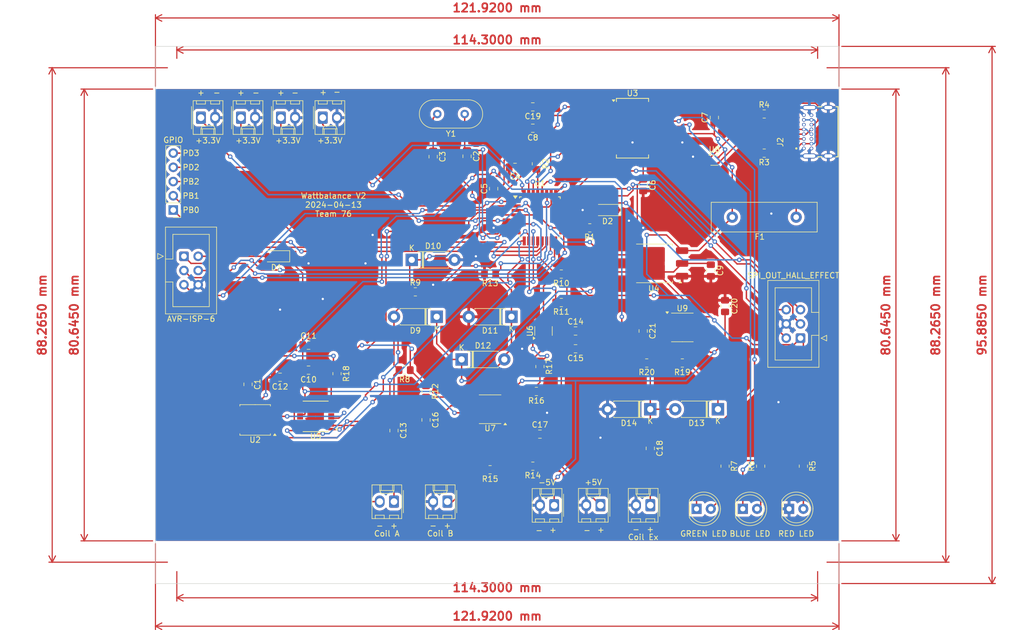
<source format=kicad_pcb>
(kicad_pcb (version 20240108) (generator "pcbnew") (generator_version "8.0")
  (layers (0 "F.Cu" signal) (31 "B.Cu" signal) (34 "B.Paste" user) (35 "F.Paste" user) (36 "B.SilkS" user "B.Silkscreen") (37 "F.SilkS" user "F.Silkscreen") (38 "B.Mask" user) (39 "F.Mask" user) (44 "Edge.Cuts" user))
  (net 0 "")
  (net 1 "GND")
  (net 2 "+3.3V")
  (net 3 "Net-(U1-XTAL2{slash}PB7)")
  (net 4 "Net-(U1-XTAL1{slash}PB6)")
  (net 5 "/RST")
  (net 6 "+5V")
  (net 7 "Net-(D1-A)")
  (net 8 "Net-(D2-A)")
  (net 9 "/MISO")
  (net 10 "/SCK")
  (net 11 "/MOSI")
  (net 12 "Net-(J2-CC2)")
  (net 14 "Net-(J2-DP1)")
  (net 15 "Net-(J2-CC1)")
  (net 17 "Net-(J2-DN1)")
  (net 18 "/HE_SCK")
  (net 19 "/HE_MISO")
  (net 20 "Net-(J3-Pin_3)")
  (net 21 "Net-(J3-Pin_5)")
  (net 22 "Net-(U5-VINT)")
  (net 23 "/CoilA_ADC")
  (net 24 "/CoilA+")
  (net 25 "/CoilB_ADC")
  (net 26 "/CoilB+")
  (net 27 "/RX")
  (net 28 "/TX")
  (net 29 "Net-(U7-+)")
  (net 30 "/EXT+")
  (net 31 "/EXT_ADC")
  (net 32 "-5V")
  (net 34 "Net-(U9-CAP-)")
  (net 35 "Net-(U9-CAP+)")
  (net 36 "/ACS70331_Vout")
  (net 38 "/TXLED")
  (net 39 "Net-(D3-A)")
  (net 40 "Net-(D4-A)")
  (net 41 "/RXLED")
  (net 42 "Net-(D5-A)")
  (net 44 "Net-(J2-VBUS)")
  (net 45 "/OUTA")
  (net 46 "/OUTD")
  (net 47 "/OUTB")
  (net 48 "/OUTE")
  (net 49 "/OUTC")
  (net 50 "/CoilA-")
  (net 51 "/SCL")
  (net 52 "/SDA")
  (net 53 "Net-(U7--)")
  (net 54 "Net-(U6-VOUT)")
  (net 55 "/H_FAULT")
  (net 56 "/PWMB")
  (net 57 "/PWMA")
  (net 58 "/H_SLEEP")
  (footprint "Connector_Molex:Molex_KK-254_AE-6410-02A_1x02_P2.54mm_Vertical" (layer "F.Cu") (at 142.875 130.79 180)
    (property "Reference" "J6" (hide yes))
    (property "Value" "Coil B")
  )
  (footprint "Connector_IDC:IDC-Header_2x03_P2.54mm_Vertical" (layer "F.Cu") (at 95.885 86.995)
    (property "Reference" "J1" (hide yes))
    (property "Value" "AVR-ISP-6")
  )
  (footprint "Wattbalance-Footprints:GCT_USB4085-GF-A_REVB" (layer "F.Cu") (at 210.82 64.77 90)
    (property "Reference" "J2")
    (property "Value" "USB4085-GF-A_REVB")
  )
  (footprint "Capacitor_SMD:C_0805_2012Metric_Pad1.18x1.45mm_HandSolder" (layer "F.Cu") (at 179.07 121.285 -90)
    (property "Reference" "C18")
    (property "Value" ".1uF")
  )
  (footprint "Connector_IDC:IDC-Header_2x03_P2.54mm_Vertical" (layer "F.Cu") (at 205.8575 101.605 180)
    (property "Reference" "J3" (hide yes))
    (property "Value" "SPI_OUT_HALL_EFFECT")
  )
  (footprint "Connector_Molex:Molex_KK-254_AE-6410-02A_1x02_P2.54mm_Vertical" (layer "F.Cu") (at 179.07 131.425 180)
    (property "Reference" "J7" (hide yes))
    (property "Value" "Coil Ex")
  )
  (footprint "MountingHole:MountingHole_3.2mm_M3" (layer "F.Cu") (at 208.915 141.605)
    (property "Reference" "H3" (hide yes))
    (property "Value" "MountingHole")
  )
  (footprint "Diode_THT:D_DO-41_SOD81_P7.62mm_Horizontal" (layer "F.Cu") (at 154.305 97.79 180)
    (property "Reference" "D11")
    (property "Value" "1N5819")
  )
  (footprint "Diode_THT:D_DO-41_SOD81_P7.62mm_Horizontal" (layer "F.Cu") (at 145.415 105.41)
    (property "Reference" "D12")
    (property "Value" "1N5819")
  )
  (footprint "Crystal:Crystal_HC49-U_Vertical" (layer "F.Cu") (at 145.96 61.595 180)
    (property "Reference" "Y1")
    (property "Value" "16MHz")
  )
  (footprint "Package_SO:SOIC-8_3.9x4.9mm_P1.27mm" (layer "F.Cu") (at 184.785 99.695)
    (property "Reference" "U9")
    (property "Value" "ICL7660")
  )
  (footprint "Connector_Molex:Molex_KK-254_AE-6410-02A_1x02_P2.54mm_Vertical" (layer "F.Cu") (at 113.175 62.25)
    (property "Reference" "J13" (hide yes))
    (property "Value" "+3.3V")
  )
  (footprint "LED_THT:LED_D5.0mm" (layer "F.Cu") (at 187.32 132.08)
    (property "Reference" "D3" (hide yes))
    (property "Value" "GREEN LED")
  )
  (footprint "Package_SO:TSSOP-16-1EP_4.4x5mm_P0.65mm" (layer "F.Cu") (at 119.38 115.57 180)
    (property "Reference" "U5")
    (property "Value" "DRV8848")
  )
  (footprint "Capacitor_SMD:C_0805_2012Metric_Pad1.18x1.45mm_HandSolder" (layer "F.Cu") (at 118.11 107.315 180)
    (property "Reference" "C10")
    (property "Value" ".1uf")
  )
  (footprint "Capacitor_SMD:C_0805_2012Metric_Pad1.18x1.45mm_HandSolder" (layer "F.Cu") (at 140.335 69.215 -90)
    (property "Reference" "C3")
    (property "Value" "22p")
  )
  (footprint "Resistor_SMD:R_0805_2012Metric_Pad1.20x1.40mm_HandSolder" (layer "F.Cu") (at 163.195 90.17 180)
    (property "Reference" "R10")
    (property "Value" "10k")
  )
  (footprint "Resistor_SMD:R_0805_2012Metric_Pad1.20x1.40mm_HandSolder" (layer "F.Cu") (at 168.275 81.915 180)
    (property "Reference" "R1")
    (property "Value" "330R")
  )
  (footprint "Resistor_SMD:R_0805_2012Metric_Pad1.20x1.40mm_HandSolder" (layer "F.Cu") (at 137.16 93.345)
    (property "Reference" "R9")
    (property "Value" "10k")
  )
  (footprint "Resistor_SMD:R_0805_2012Metric_Pad1.20x1.40mm_HandSolder" (layer "F.Cu") (at 206.375 124.46 -90)
    (property "Reference" "R5")
    (property "Value" "470R")
  )
  (footprint "Capacitor_SMD:C_0805_2012Metric_Pad1.18x1.45mm_HandSolder" (layer "F.Cu") (at 158.115 64.135 180)
    (property "Reference" "C8")
    (property "Value" ".1uF")
  )
  (footprint "Resistor_SMD:R_0805_2012Metric_Pad1.20x1.40mm_HandSolder" (layer "F.Cu") (at 123.19 107.95 -90)
    (property "Reference" "R18")
    (property "Value" "10k")
  )
  (footprint "Package_SO:SOIC-8_5.23x5.23mm_P1.27mm" (layer "F.Cu") (at 108.585 116.205 180)
    (property "Reference" "U2")
    (property "Value" "ACS70331EOLCTR-2P5B3")
  )
  (footprint "Capacitor_SMD:C_0805_2012Metric_Pad1.18x1.45mm_HandSolder" (layer "F.Cu") (at 118.11 102.87)
    (property "Reference" "C11")
    (property "Value" "10uF")
  )
  (footprint "Capacitor_SMD:C_0805_2012Metric_Pad1.18x1.45mm_HandSolder" (layer "F.Cu") (at 190.5 62.23 90)
    (property "Reference" "C7")
    (property "Value" ".1uF")
  )
  (footprint "LED_THT:LED_D5.0mm" (layer "F.Cu") (at 203.83 132.08)
    (property "Reference" "D5" (hide yes))
    (property "Value" "RED LED")
  )
  (footprint "Capacitor_SMD:C_0805_2012Metric_Pad1.18x1.45mm_HandSolder" (layer "F.Cu") (at 159.385 118.745)
    (property "Reference" "C17")
    (property "Value" "0.1uF")
  )
  (footprint "Diode_THT:D_DO-41_SOD81_P7.62mm_Horizontal" (layer "F.Cu") (at 191.135 114.3 180)
    (property "Reference" "D13")
    (property "Value" "1N5819")
  )
  (footprint "Capacitor_SMD:C_0805_2012Metric_Pad1.18x1.45mm_HandSolder" (layer "F.Cu") (at 165.735 100.33)
    (property "Reference" "C14")
    (property "Value" "10uF")
  )
  (footprint "Capacitor_SMD:C_0805_2012Metric_Pad1.18x1.45mm_HandSolder" (layer "F.Cu") (at 113.03 108.585 180)
    (property "Reference" "C12")
    (property "Value" "2.2uF")
  )
  (footprint "Connector_PinHeader_2.54mm:PinHeader_1x05_P2.54mm_Vertical" (layer "F.Cu") (at 93.98 78.735 180)
    (property "Reference" "J4" (hide yes))
    (property "Value" "GPIO")
  )
  (footprint "Resistor_SMD:R_0805_2012Metric_Pad1.20x1.40mm_HandSolder" (layer "F.Cu") (at 150.495 90.17 180)
    (property "Reference" "R13")
    (property "Value" "10k")
  )
  (footprint "Connector_Molex:Molex_KK-254_AE-6410-02A_1x02_P2.54mm_Vertical" (layer "F.Cu") (at 106.045 62.25)
    (property "Reference" "J12" (hide yes))
    (property "Value" "+3.3V")
  )
  (footprint "Capacitor_SMD:C_0805_2012Metric_Pad1.18x1.45mm_HandSolder" (layer "F.Cu") (at 154.94 71.12 180)
    (property "Reference" "C4")
    (property "Value" "100n")
  )
  (footprint "Connector_Molex:Molex_KK-254_AE-6410-02A_1x02_P2.54mm_Vertical" (layer "F.Cu") (at 170.18 131.425 180)
    (property "Reference" "J10" (hide yes))
    (property "Value" "+5V")
  )
  (footprint "Capacitor_SMD:C_0805_2012Metric_Pad1.18x1.45mm_HandSolder" (layer "F.Cu") (at 189.865 89.535 -90)
    (property "Reference" "C9")
    (property "Value" "10uF")
  )
  (footprint "Resistor_SMD:R_0805_2012Metric_Pad1.20x1.40mm_HandSolder" (layer "F.Cu") (at 158.115 124.46 180)
    (property "Reference" "R14")
    (property "Value" "16k")
  )
  (footprint "Resistor_SMD:R_0805_2012Metric_Pad1.20x1.40mm_HandSolder" (layer "F.Cu") (at 158.75 111.125 180)
    (property "Reference" "R16")
    (property "Value" "4k")
  )
  (footprint "Connector_Molex:Molex_KK-254_AE-6410-02A_1x02_P2.54mm_Vertical" (layer "F.Cu") (at 120.65 62.25)
    (property "Reference" "J9" (hide yes))
    (property "Value" "+3.3V")
  )
  (footprint "Package_SO:SSOP-28_5.3x10.2mm_P0.65mm" (layer "F.Cu") (at 175.895 64.135)
    (property "Reference" "U3")
    (property "Value" "FT232RL")
  )
  (footprint "MountingHole:MountingHole_3.2mm_M3" (layer "F.Cu") (at 94.615 53.34)
    (property "Reference" "H2" (hide yes))
    (property "Value" "MountingHole")
  )
  (footprint "Resistor_SMD:R_0805_2012Metric_Pad1.20x1.40mm_HandSolder" (layer "F.Cu") (at 192.405 124.46 -90)
    (property "Reference" "R7")
    (property "Value" "470R")
  )
  (footprint "Resistor_SMD:R_0805_2012Metric_Pad1.20x1.40mm_HandSolder" (layer "F.Cu") (at 159.385 106.68 -90)
    (property "Reference" "R17")
    (property "Value" "6k")
  )
  (footprint "Capacitor_SMD:C_0805_2012Metric_Pad1.18x1.45mm_HandSolder" (layer "F.Cu") (at 146.38 69.14 -90)
    (property "Reference" "C2")
    (property "Value" "22p")
  )
  (footprint "Resistor_SMD:R_0805_2012Metric_Pad1.20x1.40mm_HandSolder" (layer "F.Cu") (at 198.755 124.46 90)
    (property "Reference" "R6")
    (property "Value" "470R")
  )
  (footprint "Connector_Molex:Molex_KK-254_AE-6410-02A_1x02_P2.54mm_Vertical" (layer "F.Cu") (at 161.925 131.445 180)
    (property "Reference" "J8" (hide yes))
    (property "Value" "-5V")
  )
  (footprint "Resistor_SMD:R_0805_2012Metric_Pad1.20x1.40mm_HandSolder" (layer "F.Cu") (at 163.195 95.25 180)
    (property "Reference" "R11")
    (property "Value" "10k")
  )
  (footprint "Capacitor_SMD:C_0805_2012Metric_Pad1.18x1.45mm_HandSolder" (layer "F.Cu") (at 107.315 109.855 -90)
    (property "Reference" "C1")
    (property "Value" "0.1 µF")
  )
  (footprint "Capacitor_SMD:C_0805_2012Metric_Pad1.18x1.45mm_HandSolder" (layer "F.Cu") (at 177.8 74.295 -90)
    (property "Reference" "C6")
    (property "Value" ".1uF")
  )
  (footprint "Resistor_SMD:R_0805_2012Metric_Pad1.20x1.40mm_HandSolder" (layer "F.Cu") (at 199.39 61.595)
    (property "Reference" "R4")
    (property "Value" "5.1k")
  )
  (footprint "Package_SO:SOIC-8_3.9x4.9mm_P1.27mm" (layer "F.Cu") (at 150.495 114.3 180)
    (property "Reference" "U7")
    (property "Value" "OPA188AIDBVR")
  )
  (footprint "Resistor_SMD:R_0805_2012Metric_Pad1.20x1.40mm_HandSolder" (layer "F.Cu") (at 199.39 68.58 180)
    (property "Reference" "R3")
    (property "Value" "5.1k")
  )
  (footprint "Resistor_SMD:R_0805_2012Metric_Pad1.20x1.40mm_HandSolder" (layer "F.Cu") (at 139.065 111.125 -90)
    (property "Reference" "R12")
    (property "Value" "10k")
  )
  (footprint "Diode_THT:D_DO-41_SOD81_P7.62mm_Horizontal" (layer "F.Cu") (at 136.525 87.63)
    (property "Reference" "D10")
    (property "Value" "1N5819")
  )
  (footprint "Package_TO_SOT_SMD:SOT-553" (layer "F.Cu") (at 190.5 69.85)
    (property "Reference" "U8")
    (property "Value" "TPD3E001DRLR")
  )
  (footprint "Resistor_SMD:R_0805_2012Metric_Pad1.20x1.40mm_HandSolder" (layer "F.Cu") (at 178.435 106.045 180)
    (property "Reference" "R20")
    (property "Value" "10k")
  )
  (footprint "Capacitor_SMD:C_0805_2012Metric_Pad1.18x1.45mm_HandSolder" (layer "F.Cu") (at 192.405 95.885 -90)
    (property "Reference" "C20")
    (property "Value" "10uF")
  )
  (footprint "LED_THT:LED_D5.0mm" (layer "F.Cu") (at 195.575 132.08)
    (property "Reference" "D4" (hide yes))
    (property "Value" "BLUE LED")
  )
  (footprint "Capacitor_SMD:C_0805_2012Metric_Pad1.18x1.45mm_HandSolder" (layer "F.Cu") (at 177.8 100.33 -90)
    (property "Reference" "C21")
    (property "Value" "10uF")
  )
  (footprint "Resistor_SMD:R_0805_2012Metric_Pad1.20x1.40mm_HandSolder" (layer "F.Cu") (at 150.495 125.095 180)
    (property "Reference" "R15")
    (property "Value" "4k")
  )
  (footprint "Resistor_SMD:R_0805_2012Metric_Pad1.20x1.40mm_HandSolder" (layer "F.Cu") (at 135.255 107.315 180)
    (property "Reference" "R8")
    (property "Value" "10k")
  )
  (footprint "Capacitor_SMD:C_0805_2012Metric_Pad1.18x1.45mm_HandSolder" (layer "F.Cu") (at 158.115 60.325 180)
    (property "Reference" "C19")
    (property "Value" "10uF")
  )
  (footprint "Package_TO_SOT_SMD:SOT-23-6" (layer "F.Cu") (at 160.02 100.33 90)
    (property "Reference" "U6")
    (property "Value" "MCP4725A2T-E/CH")
  )
  (footprint "Resistor_SMD:R_0805_2012Metric_Pad1.20x1.40mm_HandSolder" (layer "F.Cu") (at 158.75 70.485 -90)
    (property "Reference" "R2")
    (property "Value" "10k")
  )
  (footprint "Capacitor_SMD:C_0805_2012Metric_Pad1.18x1.45mm_HandSolder" (layer "F.Cu") (at 165.735 103.505 180)
    (property "Reference" "C15")
    (property "Value" ".1uf")
  )
  (footprint "Diode_THT:D_DO-41_SOD81_P7.62mm_Horizontal" (layer "F.Cu") (at 140.97 97.79 180)
    (property "Reference" "D9")
    (property "Value" "1N5819")
  )
  (footprint "Resistor_SMD:R_0805_2012Metric_Pad1.20x1.40mm_HandSolder" (layer "F.Cu") (at 184.785 106.045 180)
    (property "Reference" "R19")
    (property "Value" "10k")
  )
  (footprint "Diode_SMD:D_SOD-123" (layer "F.Cu") (at 112.395 86.995 180)
    (property "Reference" "D1")
    (property "Value" "MBR0520")
  )
  (footprint "Connector_Molex:Molex_KK-254_AE-6410-02A_1x02_P2.54mm_Vertical" (layer "F.Cu") (at 133.35 130.79 180)
    (property "Reference" "J5" (hide yes))
    (property "Value" "Coil A")
  )
  (footprint "Diode_THT:D_DO-41_SOD81_P7.62mm_Horizontal" (layer "F.Cu") (at 179.07 114.3 180)
    (property "Reference" "D14")
    (property "Value" "1N5819")
  )
  (footprint "Package_TO_SOT_SMD:TO-252-3_TabPin2" (layer "F.Cu") (at 179.705 88.265 180)
    (property "Reference" "U4")
    (property "Value" "LM1117DT-3.3")
  )
  (footprint "Package_QFP:TQFP-32_7x7mm_P0.8mm" (layer "F.Cu") (at 159.385 80.01)
    (property "Reference" "U1")
    (property "Value" "ATmega328PB-A")
  )
  (footprint "Diode_SMD:D_SOD-123" (layer "F.Cu") (at 171.45 78.74 180)
    (property "Reference" "D2")
    (property "Value" "D")
  )
  (footprint "Capacitor_SMD:C_0805_2012Metric_Pad1.18x1.45mm_HandSolder" (layer "F.Cu") (at 151.13 74.93 90)
    (property "Reference" "C5")
    (property "Value" "100n")
  )
  (footprint "Capacitor_SMD:C_0805_2012Metric_Pad1.18x1.45mm_HandSolder" (layer "F.Cu") (at 133.35 118.11 -90)
    (property "Reference" "C13")
    (property "Value" ".1uF")
  )
  (footprint "MountingHole:MountingHole_3.2mm_M3" (layer "F.Cu") (at 208.915 53.34)
    (property "Reference" "H1" (hide yes))
    (property "Value" "MountingHole")
  )
  (footprint "MountingHole:MountingHole_3.2mm_M3" (layer "F.Cu") (at 94.615 141.605)
    (property "Reference" "H4" (hide yes))
    (property "Value" "MountingHole")
  )
  (footprint "Connector_Molex:Molex_KK-254_AE-6410-02A_1x02_P2.54mm_Vertical" (layer "F.Cu") (at 98.915 62.25)
    (property "Reference" "J11" (hide yes))
    (property "Value" "+3.3V")
  )
  (footprint "Capacitor_SMD:C_0805_2012Metric_Pad1.18x1.45mm_HandSolder" (layer "F.Cu") (at 139.065 116.205 -90)
    (property "Reference" "C16")
    (property "Value" ".1uF")
  )
  (footprint "Fuse:Fuse_Littelfuse-LVR100" (layer "F.Cu") (at 205.09 80.01 180)
    (property "Reference" "F1")
    (property "Value" "1A")
  )
  (gr_rect (start 90.805 49.53) (end 212.725 145.415) (stroke (width 0.1)) (fill none) (layer "Edge.Cuts"))
  (gr_text "Wattbalance V2\n2024-04-13\nTeam 76" (at 122.555 80.01 0) (layer "F.SilkS") (effects (font (size 1 1)) (justify bottom)))
  (dimension (type aligned) (layer "F.Cu") (pts (xy 208.915 141.605) (xy 94.615 141.605)) (height -6.35) (gr_text "114.3000 mm" (at 151.765 146.155 0) (layer "F.Cu") (effects (font (size 1.5 1.5) (thickness 0.3)))) (format (prefix "") (suffix "") (units 3) (units_format 1) (precision 4)) (style (thickness 0.2) (arrow_length 1.27) (text_position_mode 0) (extension_height 0.58642) (extension_offset 0.5) keep_text_aligned))
  (dimension (type aligned) (layer "F.Cu") (pts (xy 94.615 53.34) (xy 94.615 141.605)) (height 22.225) (gr_text "88.2650 mm" (at 70.59 97.4725 90) (layer "F.Cu") (effects (font (size 1.5 1.5) (thickness 0.3)))) (format (prefix "") (suffix "") (units 3) (units_format 1) (precision 4)) (style (thickness 0.2) (arrow_length 1.27) (text_position_mode 0) (extension_height 0.58642) (extension_offset 0.5) keep_text_aligned))
  (dimension (type aligned) (layer "F.Cu") (pts (xy 212.725 57.15) (xy 212.725 137.795)) (height -10.16) (gr_text "80.6450 mm" (at 221.085 97.4725 90) (layer "F.Cu") (effects (font (size 1.5 1.5) (thickness 0.3)))) (format (prefix "") (suffix "") (units 3) (units_format 1) (precision 4)) (style (thickness 0.2) (arrow_length 1.27) (text_position_mode 0) (extension_height 0.58642) (extension_offset 0.5) keep_text_aligned))
  (dimension (type aligned) (layer "F.Cu") (pts (xy 90.805 57.15) (xy 212.725 57.15)) (height -12.7) (gr_text "121.9200 mm" (at 151.765 42.65 0) (layer "F.Cu") (effects (font (size 1.5 1.5) (thickness 0.3)))) (format (prefix "") (suffix "") (units 3) (units_format 1) (precision 4)) (style (thickness 0.2) (arrow_length 1.27) (text_position_mode 0) (extension_height 0.58642) (extension_offset 0.5) keep_text_aligned))
  (dimension (type aligned) (layer "F.Cu") (pts (xy 212.725 137.795) (xy 90.805 137.795)) (height -15.24) (gr_text "121.9200 mm" (at 151.765 151.235 0) (layer "F.Cu") (effects (font (size 1.5 1.5) (thickness 0.3)))) (format (prefix "") (suffix "") (units 3) (units_format 1) (precision 4)) (style (thickness 0.2) (arrow_length 1.27) (text_position_mode 0) (extension_height 0.58642) (extension_offset 0.5) keep_text_aligned))
  (dimension (type aligned) (layer "F.Cu") (pts (xy 90.805 57.15) (xy 90.805 137.795)) (height 12.7) (gr_text "80.6450 mm" (at 76.305 97.4725 90) (layer "F.Cu") (effects (font (size 1.5 1.5) (thickness 0.3)))) (format (prefix "") (suffix "") (units 3) (units_format 1) (precision 4)) (style (thickness 0.2) (arrow_length 1.27) (text_position_mode 0) (extension_height 0.58642) (extension_offset 0.5) keep_text_aligned))
  (dimension (type aligned) (layer "F.Cu") (pts (xy 208.915 141.605) (xy 208.915 53.34)) (height 22.86) (gr_text "88.2650 mm" (at 229.975 97.4725 90) (layer "F.Cu") (effects (font (size 1.5 1.5) (thickness 0.3)))) (format (prefix "") (suffix "") (units 3) (units_format 1) (precision 4)) (style (thickness 0.2) (arrow_length 1.27) (text_position_mode 0) (extension_height 0.58642) (extension_offset 0.5) keep_text_aligned))
  (dimension (type aligned) (layer "F.Cu") (pts (xy 94.615 53.34) (xy 208.915 53.34)) (height -3.175) (gr_text "114.3000 mm" (at 151.765 48.365 0) (layer "F.Cu") (effects (font (size 1.5 1.5) (thickness 0.3)))) (format (prefix "") (suffix "") (units 3) (units_format 1) (precision 4)) (style (thickness 0.2) (arrow_length 1.27) (text_position_mode 0) (extension_height 0.58642) (extension_offset 0.5) keep_text_aligned))
  (dimension (type aligned) (layer "F.Cu") (pts (xy 212.725 145.415) (xy 212.725 49.53)) (height 27.305) (gr_text "95.8850 mm" (at 238.23 97.4725 90) (layer "F.Cu") (effects (font (size 1.5 1.5) (thickness 0.3)))) (format (prefix "") (suffix "") (units 3) (units_format 1) (precision 4)) (style (thickness 0.2) (arrow_length 1.27) (text_position_mode 0) (extension_height 0.58642) (extension_offset 0.5) keep_text_aligned))
  (segment (start 163.635 79.61) (end 166.135 79.61) (width 0.254) (layer "F.Cu") (net 1))
  (segment (start 153.798896 80.41) (end 152.293896 81.915) (width 0.254) (layer "F.Cu") (net 1))
  (segment (start 152.293896 81.915) (end 151.13 81.915) (width 0.254) (layer "F.Cu") (net 1))
  (segment (start 159.07 99.854999) (end 159.07 99.1925) (width 0.254) (layer "F.Cu") (net 1))
  (segment (start 166.135 79.61) (end 167.005 78.74) (width 0.254) (layer "F.Cu") (net 1))
  (segment (start 155.135 80.41) (end 153.798896 80.41) (width 0.254) (layer "F.Cu") (net 1))
  (segment (start 160.02 101.4675) (end 160.02 100.805001) (width 0.254) (layer "F.Cu") (net 1))
  (segment (start 160.02 100.805001) (end 159.07 99.854999) (width 0.254) (layer "F.Cu") (net 1))
  (via (at 186.69 69.215) (size 0.8) (drill 0.4) (layers "F.Cu" "B.Cu") (net 1))
  (via (at 175.895 66.675) (size 0.8) (drill 0.4) (layers "F.Cu" "B.Cu") (net 1))
  (via (at 200.66 79.375) (size 0.8) (drill 0.4) (layers "F.Cu" "B.Cu") (net 1))
  (via (at 128.27 88.265) (size 0.8) (drill 0.4) (layers "F.Cu" "B.Cu") (net 1))
  (via (at 113.03 96.52) (size 0.8) (drill 0.4) (layers "F.Cu" "B.Cu") (net 1))
  (via (at 140.335 92.075) (size 0.8) (drill 0.4) (layers "F.Cu" "B.Cu") (net 1))
  (via (at 129.54 83.185) (size 0.8) (drill 0.4) (layers "F.Cu" "B.Cu") (net 1))
  (via (at 177.8 81.915) (size 0.8) (drill 0.4) (layers "F.Cu" "B.Cu") (net 1))
  (via (at 154.305 73.025) (size 0.8) (drill 0.4) (layers "F.Cu" "B.Cu") (net 1))
  (via (at 151.13 81.915) (size 0.8) (drill 0.4) (layers "F.Cu" "B.Cu") (net 1))
  (via (at 156.21 103.505) (size 0.8) (drill 0.4) (layers "F.Cu" "B.Cu") (net 1))
  (via (at 167.005 78.74) (size 0.8) (drill 0.4) (layers "F.Cu" "B.Cu") (net 1))
  (via (at 175.26 80.645) (size 0.8) (drill 0.4) (layers "F.Cu" "B.Cu") (net 1))
  (via (at 160.655 114.935) (size 0.8) (drill 0.4) (layers "F.Cu" "B.Cu") (net 1))
  (via (at 201.93 113.03) (size 0.8) (drill 0.4) (layers "F.Cu" "B.Cu") (net 1))
  (via (at 184.785 66.675) (size 0.8) (drill 0.4) (layers "F.Cu" "B.Cu") (net 1))
  (via (at 170.18 119.38) (size 0.8) (drill 0.4) (layers "F.Cu" "B.Cu") (net 1))
  (via (at 120.65 94.615) (size 0.8) (drill 0.4) (layers "F.Cu" "B.Cu") (net 1))
  (via (at 147.955 86.995) (size 0.8) (drill 0.4) (layers "F.Cu" "B.Cu") (net 1))
  (via (at 118.11 88.265) (size 0.8) (drill 0.4) (layers "F.Cu" "B.Cu") (net 1))
  (segment (start 116.205 67.31) (end 124.46 67.31) (width 0.254) (layer "F.Cu") (net 2))
  (segment (start 98.915 62.25) (end 98.915 62.72) (width 0.254) (layer "F.Cu") (net 2))
  (segment (start 185.785 106.045) (end 185.785 95.455) (width 0.254) (layer "F.Cu") (net 2))
  (segment (start 113.175 62.25) (end 113.175 64.28) (width 0.254) (layer "F.Cu") (net 2))
  (segment (start 109.22 67.31) (end 116.205 67.31) (width 0.254) (layer "F.Cu") (net 2))
  (segment (start 191.135 114.3) (end 191.135 111.395) (width 0.254) (layer "F.Cu") (net 2))
  (segment (start 178.366 67.06) (end 179.495 67.06) (width 0.254) (layer "F.Cu") (net 2))
  (segment (start 143.78 105.41) (end 140.97 102.6) (width 0.254) (layer "F.Cu") (net 2))
  (segment (start 163.54 81.915) (end 163.635 82.01) (width 0.254) (layer "F.Cu") (net 2))
  (segment (start 136.255 107.315) (end 139.065 110.125) (width 0.254) (layer "F.Cu") (net 2))
  (segment (start 148.317 80.191) (end 147.863 80.645) (width 0.254) (layer "F.Cu") (net 2))
  (segment (start 155.135 79.61) (end 158.985 79.61) (width 0.254) (layer "F.Cu") (net 2))
  (segment (start 145.415 109.22) (end 145.415 105.41) (width 0.254) (layer "F.Cu") (net 2))
  (segment (start 122.555 104.775) (end 122.555 106.315) (width 0.254) (layer "F.Cu") (net 2))
  (segment (start 184.745 88.265) (end 189.6325 88.265) (width 0.254) (layer "F.Cu") (net 2))
  (segment (start 155.135 79.61) (end 151.076 79.61) (width 0.254) (layer "F.Cu") (net 2))
  (segment (start 104.185001 118.11) (end 103.858 117.782999) (width 0.254) (layer "F.Cu") (net 2))
  (segment (start 123.19 106.95) (end 127.27 102.87) (width 0.254) (layer "F.Cu") (net 2))
  (segment (start 113.4325 104.775) (end 115.57 104.775) (width 0.254) (layer "F.Cu") (net 2))
  (segment (start 189.6325 88.265) (end 189.865 88.4975) (width 0.254) (layer "F.Cu") (net 2))
  (segment (start 136.525 103.505) (end 136.255 103.775) (width 0.254) (layer "F.Cu") (net 2))
  (segment (start 104.985 118.11) (end 104.185001 118.11) (width 0.254) (layer "F.Cu") (net 2))
  (segment (start 180.12 89.79) (end 183.22 89.79) (width 0.254) (layer "F.Cu") (net 2))
  (segment (start 171.799567 89.79) (end 168.336567 93.253) (width 0.254) (layer "F.Cu") (net 2))
  (segment (start 170.56 86.74) (end 168.275 84.455) (width 0.254) (layer "F.Cu") (net 2))
  (segment (start 151.076 79.61) (end 150.495 80.191) (width 0.254) (layer "F.Cu") (net 2))
  (segment (start 176.748 86.718) (end 176.748 74.3095) (width 0.254) (layer "F.Cu") (net 2))
  (segment (start 176.77 86.74) (end 176.748 86.718) (width 0.254) (layer "F.Cu") (net 2))
  (segment (start 106.9125 110.8925) (end 107.315 110.8925) (width 0.254) (layer "F.Cu") (net 2))
  (segment (start 113.175 64.28) (end 116.205 67.31) (width 0.254) (layer "F.Cu") (net 2))
  (segment (start 122.555 106.315) (end 123.19 106.95) (width 0.254) (layer "F.Cu") (net 2))
  (segment (start 103.858 113.947) (end 106.9125 110.8925) (width 0.254) (layer "F.Cu") (net 2))
  (segment (start 185.785 95.455) (end 180.12 89.79) (width 0.254) (layer "F.Cu") (net 2))
  (segment (start 136.255 103.775) (end 136.255 107.315) (width 0.254) (layer "F.Cu") (net 2))
  (segment (start 191.135 111.395) (end 185.785 106.045) (width 0.254) (layer "F.Cu") (net 2))
  (segment (start 150.495 80.191) (end 148.317 80.191) (width 0.254) (layer "F.Cu") (net 2))
  (segment (start 177.8 67.626) (end 178.366 67.06) (width 0.254) (layer "F.Cu") (net 2))
  (segment (start 140.97 102.6) (end 140.97 97.79) (width 0.254) (layer "F.Cu") (net 2))
  (segment (start 124.46 67.31) (end 120.65 63.5) (width 0.254) (layer "F.Cu") (net 2))
  (segment (start 158.985 79.61) (end 161.29 81.915) (width 0.254) (layer "F.Cu") (net 2))
  (segment (start 106.045 62.25) (end 106.045 64.135) (width 0.254) (layer "F.Cu") (net 2))
  (segment (start 177.8 73.2575) (end 177.8 67.626) (width 0.254) (layer "F.Cu") (net 2))
  (segment (start 176.748 74.3095) (end 177.8 73.2575) (width 0.254) (layer "F.Cu") (net 2))
  (segment (start 98.915 62.72) (end 103.505 67.31) (width 0.254) (layer "F.Cu") (net 2))
  (segment (start 107.315 110.8925) (end 113.4325 104.775) (width 0.254) (layer "F.Cu") (net 2))
  (segment (start 145.415 105.41) (end 143.78 105.41) (width 0.254) (layer "F.Cu") (net 2))
  (segment (start 176.77 89.79) (end 171.799567 89.79) (width 0.254) (layer "F.Cu") (net 2))
  (segment (start 127.27 102.87) (end 127.635 102.87) (width 0.254) (layer "F.Cu") (net 2))
  (segment (start 120.65 63.5) (end 120.65 62.25) (width 0.254) (layer "F.Cu") (net 2))
  (segment (start 176.77 86.74) (end 170.56 86.74) (width 0.254) (layer "F.Cu") (net 2))
  (segment (start 103.505 67.31) (end 109.22 67.31) (width 0.254) (layer "F.Cu") (net 2))
  (segment (start 106.045 64.135) (end 109.22 67.31) (width 0.254) (layer "F.Cu") (net 2))
  (segment (start 103.858 117.782999) (end 103.858 113.947) (width 0.254) (layer "F.Cu") (net 2))
  (segment (start 183.22 89.79) (end 184.745 88.265) (width 0.254) (layer "F.Cu") (net 2))
  (segment (start 137.795 80.645) (end 124.46 67.31) (width 0.254) (layer "F.Cu") (net 2))
  (segment (start 143.78 105.41) (end 139.065 110.125) (width 0.254) (layer "F.Cu") (net 2))
  (segment (start 161.29 81.915) (end 163.54 81.915) (width 0.254) (layer "F.Cu") (net 2))
  (via (at 122.555 104.775) (size 0.8) (drill 0.4) (layers "F.Cu" "B.Cu") (net 2))
  (via (at 127.635 102.87) (size 0.8) (drill 0.4) (layers "F.Cu" "B.Cu") (net 2))
  (via (at 145.415 109.22) (size 0.8) (drill 0.4) (layers "F.Cu" "B.Cu") (net 2))
  (via (at 168.336567 93.253) (size 0.8) (drill 0.4) (layers "F.Cu" "B.Cu") (net 2))
  (via (at 161.29 81.915) (size 0.8) (drill 0.4) (layers "F.Cu" "B.Cu") (net 2))
  (via (at 137.795 80.645) (size 0.8) (drill 0.4) (layers "F.Cu" "B.Cu") (net 2))
  (via (at 115.57 104.775) (size 0.8) (drill 0.4) (layers "F.Cu" "B.Cu") (net 2))
  (via (at 147.863 80.645) (size 0.8) (drill 0.4) (layers "F.Cu" "B.Cu") (net 2))
  (via (at 168.275 84.455) (size 0.8) (drill 0.4) (layers "F.Cu" "B.Cu") (net 2))
  (via (at 136.525 103.505) (size 0.8) (drill 0.4) (layers "F.Cu" "B.Cu") (net 2))
  (segment (start 168.275 84.455) (end 163.83 84.455) (width 0.254) (layer "B.Cu") (net 2))
  (segment (start 162.652 93.253) (end 146.685 109.22) (width 0.254) (layer "B.Cu") (net 2))
  (segment (start 168.336567 93.253) (end 162.652 93.253) (width 0.254) (layer "B.Cu") (net 2))
  (segment (start 146.685 109.22) (end 145.415 109.22) (width 0.254) (layer "B.Cu") (net 2))
  (segment (start 147.863 80.645) (end 146.685 80.645) (width 0.254) (layer "B.Cu") (net 2))
  (segment (start 115.57 104.775) (end 122.555 104.775) (width 0.254) (layer "B.Cu") (net 2))
  (segment (start 146.685 80.645) (end 137.795 80.645) (width 0.254) (layer "B.Cu") (net 2))
  (segment (start 127.635 102.87) (end 135.89 102.87) (width 0.254) (layer "B.Cu") (net 2))
  (segment (start 135.89 102.87) (end 136.525 103.505) (width 0.254) (layer "B.Cu") (net 2))
  (segment (start 163.83 84.455) (end 161.29 81.915) (width 0.254) (layer "B.Cu") (net 2))
  (segment (start 151.765 83.728) (end 152.683 82.81) (width 0.254) (layer "F.Cu") (net 3))
  (segment (start 149.0675 68.1025) (end 146.38 68.1025) (width 0.254) (layer "F.Cu") (net 3))
  (segment (start 145.96 61.595) (end 145.96 67.6825) (width 0.254) (layer "F.Cu") (net 3))
  (segment (start 152.683 82.81) (end 155.135 82.81) (width 0.254) (layer "F.Cu") (net 3))
  (segment (start 145.96 67.6825) (end 146.38 68.1025) (width 0.254) (layer "F.Cu") (net 3))
  (segment (start 149.225 67.945) (end 149.0675 68.1025) (width 0.254) (layer "F.Cu") (net 3))
  (via (at 149.225 67.945) (size 0.8) (drill 0.4) (layers "F.Cu" "B.Cu") (net 3))
  (via (at 151.765 83.728) (size 0.8) (drill 0.4) (layers "F.Cu" "B.Cu") (net 3))
  (segment (start 149.133 82.458) (end 149.133 68.037) (width 0.254) (layer "B.Cu") (net 3))
  (segment (start 149.133 68.037) (end 149.225 67.945) (width 0.254) (layer "B.Cu") (net 3))
  (segment (start 151.765 83.728) (end 150.403 83.728) (width 0.254) (layer "B.Cu") (net 3))
  (segment (start 150.403 83.728) (end 149.133 82.458) (width 0.254) (layer "B.Cu") (net 3))
  (segment (start 149.952 83.001) (end 151.849948 83.001) (width 0.254) (layer "F.Cu") (net 4))
  (segment (start 140.335 62.34) (end 141.08 61.595) (width 0.254) (layer "F.Cu") (net 4))
  (segment (start 152.840948 82.01) (end 155.135 82.01) (width 0.254) (layer "F.Cu") (net 4))
  (segment (start 151.849948 83.001) (end 152.840948 82.01) (width 0.254) (layer "F.Cu") (net 4))
  (segment (start 147.32 75.1625) (end 147.32 76.2) (width 0.254) (layer "F.Cu") (net 4))
  (segment (start 140.335 68.1775) (end 140.335 62.34) (width 0.254) (layer "F.Cu") (net 4))
  (segment (start 149.225 83.728) (end 149.952 83.001) (width 0.254) (layer "F.Cu") (net 4))
  (segment (start 140.335 68.1775) (end 147.32 75.1625) (width 0.254) (layer "F.Cu") (net 4))
  (via (at 147.32 76.2) (size 0.8) (drill 0.4) (layers "F.Cu" "B.Cu") (net 4))
  (via (at 149.225 83.728) (size 0.8) (drill 0.4) (layers "F.Cu" "B.Cu") (net 4))
  (segment (start 148.59 83.093) (end 148.59 77.47) (width 0.254) (layer "B.Cu") (net 4))
  (segment (start 149.225 83.728) (end 148.59 83.093) (width 0.254) (layer "B.Cu") (net 4))
  (segment (start 148.59 77.47) (end 147.32 76.2) (width 0.254) (layer "B.Cu") (net 4))
  (segment (start 102.87 93.98) (end 97.79 93.98) (width 0.254) (layer "F.Cu") (net 5))
  (segment (start 158.385 71.12) (end 158.75 71.485) (width 0.254) (layer "F.Cu") (net 5))
  (segment (start 97.79 93.98) (end 95.885 92.075) (width 0.254) (layer "F.Cu") (net 5))
  (segment (start 155.9775 72.755428) (end 149.992928 78.74) (width 0.254) (layer "F.Cu") (net 5))
  (segment (start 155.9775 71.12) (end 155.9775 72.755428) (width 0.254) (layer "F.Cu") (net 5))
  (segment (start 155.9775 71.12) (end 158.385 71.12) (width 0.254) (layer "F.Cu") (net 5))
  (segment (start 149.992928 78.74) (end 138.43 78.74) (width 0.254) (layer "F.Cu") (net 5))
  (segment (start 158.75 71.485) (end 158.985 71.72) (width 0.254) (layer "F.Cu") (net 5))
  (segment (start 158.985 71.72) (end 158.985 75.76) (width 0.254) (layer "F.Cu") (net 5))
  (via (at 138.43 78.74) (size 0.8) (drill 0.4) (layers "F.Cu" "B.Cu") (net 5))
  (via (at 102.87 93.98) (size 0.8) (drill 0.4) (layers "F.Cu" "B.Cu") (net 5))
  (segment (start 138.43 78.74) (end 137.795 79.375) (width 0.254) (layer "B.Cu") (net 5))
  (segment (start 117.475 79.375) (end 102.87 93.98) (width 0.254) (layer "B.Cu") (net 5))
  (segment (start 137.795 79.375) (end 117.475 79.375) (width 0.254) (layer "B.Cu") (net 5))
  (segment (start 192.405 68.145) (end 191.2 69.35) (width 0.254) (layer "F.Cu") (net 6))
  (segment (start 204.6805 102.782) (end 197.397 102.782) (width 0.254) (layer "F.Cu") (net 6))
  (segment (start 117.0725 102.87) (end 117.0725 90.0225) (width 0.254) (layer "F.Cu") (net 6))
  (segment (start 168.005 93.98) (end 179.705 93.98) (width 0.254) (layer "F.Cu") (net 6))
  (segment (start 193.69 80.01) (end 193.69 71.135) (width 0.254) (layer "F.Cu") (net 6))
  (segment (start 117.0725 90.0225) (end 114.045 86.995) (width 0.254) (layer "F.Cu") (net 6))
  (segment (start 117.475 111.125) (end 117.0725 110.7225) (width 0.254) (layer "F.Cu") (net 6))
  (segment (start 189.865 97.79) (end 187.26 97.79) (width 0.254) (layer "F.Cu") (net 6))
  (segment (start 152.988 69.897) (end 153.4 69.485) (width 0.254) (layer "F.Cu") (net 6))
  (segment (start 198.755 123.46) (end 206.375 123.46) (width 0.254) (layer "F.Cu") (net 6))
  (segment (start 174.049 61.86) (end 172.295 61.86) (width 0.254) (layer "F.Cu") (net 6))
  (segment (start 160.97 101.4675) (end 162.1075 100.33) (width 0.254) (layer "F.Cu") (net 6))
  (segment (start 163.195 100.33) (end 164.195 99.33) (width 0.254) (layer "F.Cu") (net 6))
  (segment (start 192.405 67.945) (end 192.405 68.145) (width 0.254) (layer "F.Cu") (net 6))
  (segment (start 158.75 69.215) (end 159.1525 68.8125) (width 0.254) (layer "F.Cu") (net 6))
  (segment (start 160.6875 62.6) (end 159.1525 64.135) (width 0.254) (layer "F.Cu") (net 6))
  (segment (start 190.5 63.2675) (end 190.5 65.405) (width 0.254) (layer "F.Cu") (net 6))
  (segment (start 197.397 102.782) (end 196.215 101.6) (width 0.254) (layer "F.Cu") (net 6))
  (segment (start 170.16 131.425) (end 163.195 124.46) (width 0.254) (layer "F.Cu") (net 6))
  (segment (start 206.375 123.46) (end 206.375 102.1225) (width 0.254) (layer "F.Cu") (net 6))
  (segment (start 193.69 71.135) (end 193.675 71.12) (width 0.254) (layer "F.Cu") (net 6))
  (segment (start 205.8575 101.605) (end 204.6805 102.782) (width 0.254) (layer "F.Cu") (net 6))
  (segment (start 190.5 98.425) (end 189.865 97.79) (width 0.254) (layer "F.Cu") (net 6))
  (segment (start 117.0725 110.7225) (end 117.0725 107.315) (width 0.254) (layer "F.Cu") (net 6))
  (segment (start 184.745 85.985) (end 187.715 85.985) (width 0.254) (layer "F.Cu") (net 6))
  (segment (start 177.299 65.11) (end 174.049 61.86) (width 0.254) (layer "F.Cu") (net 6))
  (segment (start 206.375 102.1225) (end 205.8575 101.605) (width 0.254) (layer "F.Cu") (net 6))
  (segment (start 148.507072 114.935) (end 160.97 102.472072) (width 0.254) (layer "F.Cu") (net 6))
  (segment (start 159.1525 68.8125) (end 159.1525 64.135) (width 0.254) (layer "F.Cu") (net 6))
  (segment (start 151.13 75.9675) (end 152.988 74.1095) (width 0.254) (layer "F.Cu") (net 6))
  (segment (start 190.5 65.405) (end 191.135 66.04) (width 0.254) (layer "F.Cu") (net 6))
  (segment (start 164.195 95.25) (end 164.195 90.17) (width 0.254) (layer "F.Cu") (net 6))
  (segment (start 181.945 83.185) (end 178.435 83.185) (width 0.254) (layer "F.Cu") (net 6))
  (segment (start 162.1075 100.33) (end 163.195 100.33) (width 0.254) (layer "F.Cu") (net 6))
  (segment (start 164.195 99.33) (end 164.195 95.25) (width 0.254) (layer "F.Cu") (net 6))
  (segment (start 172.295 61.86) (end 160.6875 61.86) (width 0.254) (layer "F.Cu") (net 6))
  (segment (start 117.384 115.245) (end 116.605 115.245) (width 0.254) (layer "F.Cu") (net 6))
  (segment (start 117.475 111.125) (end 117.475 115.154) (width 0.254) (layer "F.Cu") (net 6))
  (segment (start 164.195 90.17) (end 168.005 93.98) (width 0.254) (layer "F.Cu") (net 6))
  (segment (start 160.97 102.472072) (end 160.97 101.4675) (width 0.254) (layer "F.Cu") (net 6))
  (segment (start 163.195 124.46) (end 159.115 124.46) (width 0.254) (layer "F.Cu") (net 6))
  (segment (start 158.75 69.485) (end 158.75 69.215) (width 0.254) (layer "F.Cu") (net 6))
  (segment (start 190.5 65.405) (end 190.205 65.11) (width 0.254) (layer "F.Cu") (net 6))
  (segment (start 117.475 115.154) (end 117.384 115.245) (width 0.254) (layer "F.Cu") (net 6))
  (segment (start 148.02 114.935) (end 148.507072 114.935) (width 0.254) (layer "F.Cu") (net 6))
  (segment (start 187.715 85.985) (end 193.69 80.01) (width 0.254) (layer "F.Cu") (net 6))
  (segment (start 160.6875 61.86) (end 159.1525 60.325) (width 0.254) (layer "F.Cu") (net 6))
  (segment (start 160.6875 61.86) (end 160.6875 62.6) (width 0.254) (layer "F.Cu") (net 6))
  (segment (start 153.4 69.485) (end 158.75 69.485) (width 0.254) (layer "F.Cu") (net 6))
  (segment (start 163.195 100.33) (end 163.195 124.46) (width 0.254) (layer "F.Cu") (net 6))
  (segment (start 179.495 65.11) (end 177.299 65.11) (width 0.254) (layer "F.Cu") (net 6))
  (segment (start 184.745 85.985) (end 181.945 83.185) (width 0.254) (layer "F.Cu") (net 6))
  (segment (start 148.02 114.935) (end 144.145 114.935) (width 0.254) (layer "F.Cu") (net 6))
  (segment (start 152.988 74.1095) (end 152.988 69.897) (width 0.254) (layer "F.Cu") (net 6))
  (segment (start 170.18 131.425) (end 170.16 131.425) (width 0.254) (layer "F.Cu") (net 6))
  (segment (start 163.195 100.33) (end 164.6975 100.33) (width 0.254) (layer "F.Cu") (net 6))
  (segment (start 192.405 123.46) (end 198.755 123.46) (width 0.254) (layer "F.Cu") (net 6))
  (segment (start 117.0725 107.315) (end 117.0725 102.87) (width 0.254) (layer "F.Cu") (net 6))
  (segment (start 190.205 65.11) (end 179.495 65.11) (width 0.254) (layer "F.Cu") (net 6))
  (segment (start 164.6975 103.505) (end 164.6975 100.33) (width 0.254) (layer "F.Cu") (net 6))
  (via (at 178.435 83.185) (size 0.8) (drill 0.4) (layers "F.Cu" "B.Cu") (net 6))
  (via (at 196.215 101.6) (size 0.8) (drill 0.4) (layers "F.Cu" "B.Cu") (net 6))
  (via (at 191.135 66.04) (size 0.8) (drill 0.4) (layers "F.Cu" "B.Cu") (net 6))
  (via (at 193.675 71.12) (size 0.8) (drill 0.4) (layers "F.Cu" "B.Cu") (net 6))
  (via (at 117.475 111.125) (size 0.8) (drill 0.4) (layers "F.Cu" "B.Cu") (net 6))
  (via (at 190.5 98.425) (size 0.8) (drill 0.4) (layers "F.Cu" "B.Cu") (net 6))
  (via (at 144.145 114.935) (size 0.8) (drill 0.4) (layers "F.Cu" "B.Cu") (net 6))
  (via (at 179.705 93.98) (size 0.8) (drill 0.4) (layers "F.Cu" "B.Cu") (net 6))
  (via (at 192.405 67.945) (size 0.8) (drill 0.4) (layers "F.Cu" "B.Cu") (net 6))
  (segment (start 191.135 66.04) (end 191.135 66.675) (width 0.254) (layer "B.Cu") (net 6))
  (segment (start 186.055 93.98) (end 190.5 98.425) (width 0.254) (layer "B.Cu") (net 6))
  (segment (start 178.435 90.17) (end 182.245 93.98) (width 0.254) (layer "B.Cu") (net 6))
  (segment (start 178.435 83.185) (end 178.435 90.17) (width 0.254) (layer "B.Cu") (net 6))
  (segment (start 182.245 93.98) (end 186.055 93.98) (width 0.254) (layer "B.Cu") (net 6))
  (segment (start 191.135 66.675) (end 192.405 67.945) (width 0.254) (layer "B.Cu") (net 6))
  (segment (start 196.215 101.6) (end 193.675 101.6) (width 0.254) (layer "B.Cu") (net 6))
  (segment (start 193.675 71.12) (end 192.405 69.85) (width 0.254) (layer "B.Cu") (net 6))
  (segment (start 193.675 101.6) (end 190.5 98.425) (width 0.254) (layer "B.Cu") (net 6))
  (segment (start 192.405 69.85) (end 192.405 67.945) (width 0.254) (layer "B.Cu") (net 6))
  (segment (start 140.335 111.125) (end 117.475 111.125) (width 0.254) (layer "B.Cu") (net 6))
  (segment (start 144.145 114.935) (end 140.335 111.125) (width 0.254) (layer "B.Cu") (net 6))
  (segment (start 179.705 93.98) (end 182.245 93.98) (width 0.254) (layer "B.Cu") (net 6))
  (segment (start 110.745 86.995) (end 98.425 86.995) (width 0.254) (layer "F.Cu") (net 7))
  (segment (start 169.275 79.265) (end 169.8 78.74) (width 0.254) (layer "F.Cu") (net 8))
  (segment (start 169.275 81.915) (end 169.275 79.265) (width 0.254) (layer "F.Cu") (net 8))
  (segment (start 108.585 90.078) (end 106.772 88.265) (width 0.254) (layer "F.Cu") (net 9))
  (segment (start 161.987 87.174866) (end 161.728433 87.433433) (width 0.254) (layer "F.Cu") (net 9))
  (segment (start 161.987 84.458) (end 161.987 87.174866) (width 0.254) (layer "F.Cu") (net 9))
  (segment (start 97.155 88.265) (end 95.885 86.995) (width 0.254) (layer "F.Cu") (net 9))
  (segment (start 162.185 84.26) (end 161.987 84.458) (width 0.254) (layer "F.Cu") (net 9))
  (segment (start 106.772 88.265) (end 97.155 88.265) (width 0.254) (layer "F.Cu") (net 9))
  (via (at 161.728433 87.433433) (size 0.8) (drill 0.4) (layers "F.Cu" "B.Cu") (net 9))
  (via (at 108.585 90.078) (size 0.8) (drill 0.4) (layers "F.Cu" "B.Cu") (net 9))
  (segment (start 110.128003 90.078) (end 108.585 90.078) (width 0.254) (layer "B.Cu") (net 9))
  (segment (start 161.728433 87.433433) (end 161.728433 87.591753) (width 0.254) (layer "B.Cu") (net 9))
  (segment (start 110.220003 90.17) (end 110.128003 90.078) (width 0.254) (layer "B.Cu") (net 9))
  (segment (start 161.728433 87.591753) (end 159.150186 90.17) (width 0.254) (layer "B.Cu") (net 9))
  (segment (start 159.150186 90.17) (end 110.220003 90.17) (width 0.254) (layer "B.Cu") (net 9))
  (segment (start 163.635 85.53) (end 163.635 82.81) (width 0.254) (layer "F.Cu") (net 10))
  (segment (start 167.275 81.915) (end 166.38 82.81) (width 0.254) (layer "F.Cu") (net 10))
  (segment (start 163.83 86.36) (end 163.83 85.725) (width 0.254) (layer "F.Cu") (net 10))
  (segment (start 97.155 90.805) (end 109.855 90.805) (width 0.254) (layer "F.Cu") (net 10))
  (segment (start 166.38 82.81) (end 163.635 82.81) (width 0.254) (layer "F.Cu") (net 10))
  (segment (start 163.83 85.725) (end 163.635 85.53) (width 0.254) (layer "F.Cu") (net 10))
  (segment (start 95.885 89.535) (end 97.155 90.805) (width 0.254) (layer "F.Cu") (net 10))
  (via (at 163.83 86.36) (size 0.8) (drill 0.4) (layers "F.Cu" "B.Cu") (net 10))
  (via (at 109.855 90.805) (size 0.8) (drill 0.4) (layers "F.Cu" "B.Cu") (net 10))
  (segment (start 159.385 90.805) (end 163.83 86.36) (width 0.254) (layer "B.Cu") (net 10))
  (segment (start 109.855 90.805) (end 159.385 90.805) (width 0.254) (layer "B.Cu") (net 10))
  (segment (start 161.26 84.385) (end 161.385 84.26) (width 0.254) (layer "F.Cu") (net 11))
  (segment (start 104.232 89.535) (end 104.775 88.992) (width 0.254) (layer "F.Cu") (net 11))
  (segment (start 161.26 86.36) (end 161.26 84.385) (width 0.254) (layer "F.Cu") (net 11))
  (segment (start 98.425 89.535) (end 104.232 89.535) (width 0.254) (layer "F.Cu") (net 11))
  (segment (start 161.385 85.314) (end 161.385 84.26) (width 0.254) (layer "F.Cu") (net 11))
  (segment (start 107.95 87.722) (end 109.671 89.443) (width 0.254) (layer "F.Cu") (net 11))
  (segment (start 109.671 89.443) (end 113.03 89.443) (width 0.254) (layer "F.Cu") (net 11))
  (via (at 107.95 87.722) (size 0.8) (drill 0.4) (layers "F.Cu" "B.Cu") (net 11))
  (via (at 113.03 89.443) (size 0.8) (drill 0.4) (layers "F.Cu" "B.Cu") (net 11))
  (via (at 161.26 86.36) (size 0.8) (drill 0.4) (layers "F.Cu" "B.Cu") (net 11))
  (via (at 104.775 88.992) (size 0.8) (drill 0.4) (layers "F.Cu" "B.Cu") (net 11))
  (segment (start 160.744 87.548052) (end 160.744 86.876) (width 0.254) (layer "B.Cu") (net 11))
  (segment (start 160.744 86.876) (end 161.26 86.36) (width 0.254) (layer "B.Cu") (net 11))
  (segment (start 106.045 87.722) (end 107.95 87.722) (width 0.254) (layer "B.Cu") (net 11))
  (segment (start 104.775 88.992) (end 106.045 87.722) (width 0.254) (layer "B.Cu") (net 11))
  (segment (start 113.03 89.443) (end 146.142 89.443) (width 0.254) (layer "B.Cu") (net 11))
  (segment (start 158.849052 89.443) (end 160.744 87.548052) (width 0.254) (layer "B.Cu") (net 11))
  (segment (start 146.142 89.443) (end 158.849052 89.443) (width 0.254) (layer "B.Cu") (net 11))
  (segment (start 208.269619 63.495) (end 208.967 62.797619) (width 0.254) (layer "F.Cu") (net 12))
  (segment (start 208.967 60.123156) (end 208.511844 59.668) (width 0.254) (layer "F.Cu") (net 12))
  (segment (start 207.81 63.495) (end 208.269619 63.495) (width 0.254) (layer "F.Cu") (net 12))
  (segment (start 208.967 62.797619) (end 208.967 60.123156) (width 0.254) (layer "F.Cu") (net 12))
  (segment (start 202.317 59.668) (end 200.39 61.595) (width 0.254) (layer "F.Cu") (net 12))
  (segment (start 208.511844 59.668) (end 202.317 59.668) (width 0.254) (layer "F.Cu") (net 12))
  (segment (start 206.46 65.195) (end 206.887932 65.195) (width 0.254) (layer "F.Cu") (net 14))
  (segment (start 196.355 65.195) (end 206.46 65.195) (width 0.254) (layer "F.Cu") (net 14))
  (segment (start 179.495 68.36) (end 181.962 70.827) (width 0.254) (layer "F.Cu") (net 14))
  (segment (start 181.962 70.827) (end 190.723 70.827) (width 0.254) (layer "F.Cu") (net 14))
  (segment (start 207.737932 64.345) (end 207.81 64.345) (width 0.254) (layer "F.Cu") (net 14))
  (segment (start 190.723 70.827) (end 191.2 70.35) (width 0.254) (layer "F.Cu") (net 14))
  (segment (start 206.887932 65.195) (end 207.737932 64.345) (width 0.254) (layer "F.Cu") (net 14))
  (segment (start 191.2 70.35) (end 196.355 65.195) (width 0.254) (layer "F.Cu") (net 14))
  (segment (start 202.925 66.045) (end 206.46 66.045) (width 0.254) (layer "F.Cu") (net 15))
  (segment (start 200.39 68.58) (end 202.925 66.045) (width 0.254) (layer "F.Cu") (net 15))
  (segment (start 189.8 69.35) (end 188.16 67.71) (width 0.254) (layer "F.Cu") (net 17))
  (segment (start 188.16 67.71) (end 179.495 67.71) (width 0.254) (layer "F.Cu") (net 17))
  (segment (start 206.46 64.345) (end 194.805 64.345) (width 0.254) (layer "F.Cu") (net 17))
  (segment (start 194.805 64.345) (end 189.8 69.35) (width 0.254) (layer "F.Cu") (net 17))
  (segment (start 206.887932 64.345) (end 206.46 64.345) (width 0.254) (layer "B.Cu") (net 17))
  (segment (start 207.737932 65.195) (end 206.887932 64.345) (width 0.254) (layer "B.Cu") (net 17))
  (segment (start 207.81 65.195) (end 207.737932 65.195) (width 0.254) (layer "B.Cu") (net 17))
  (segment (start 163.635 77.21) (end 169.09 71.755) (width 0.254) (layer "F.Cu") (net 18))
  (segment (start 196.215 92.71) (end 196.215 94.5025) (width 0.254) (layer "F.Cu") (net 18))
  (segment (start 169.09 71.755) (end 176.53 71.755) (width 0.254) (layer "F.Cu") (net 18))
  (segment (start 196.215 94.5025) (end 203.3175 101.605) (width 0.254) (layer "F.Cu") (net 18))
  (via (at 176.53 71.755) (size 0.8) (drill 0.4) (layers "F.Cu" "B.Cu") (net 18))
  (via (at 196.215 92.71) (size 0.8) (drill 0.4) (layers "F.Cu" "B.Cu") (net 18))
  (segment (start 180.098134 71.755) (end 196.215 87.871866) (width 0.254) (layer "B.Cu") (net 18))
  (segment (start 196.215 87.871866) (end 196.215 92.71) (width 0.254) (layer "B.Cu") (net 18))
  (segment (start 176.53 71.755) (end 180.098134 71.755) (width 0.254) (layer "B.Cu") (net 18))
  (segment (start 164.564 78.01) (end 163.635 78.01) (width 0.254) (layer "F.Cu") (net 19))
  (segment (start 201.3 96.525) (end 189.865 85.09) (width 0.254) (layer "F.Cu") (net 19))
  (segment (start 175.26 74.93) (end 167.644 74.93) (width 0.254) (layer "F.Cu") (net 19))
  (segment (start 203.3175 96.525) (end 201.3 96.525) (width 0.254) (layer "F.Cu") (net 19))
  (segment (start 167.644 74.93) (end 164.564 78.01) (width 0.254) (layer "F.Cu") (net 19))
  (via (at 175.26 74.93) (size 0.8) (drill 0.4) (layers "F.Cu" "B.Cu") (net 19))
  (via (at 189.865 85.09) (size 0.8) (drill 0.4) (layers "F.Cu" "B.Cu") (net 19))
  (segment (start 179.705 74.93) (end 175.26 74.93) (width 0.254) (layer "B.Cu") (net 19))
  (segment (start 189.865 85.09) (end 179.705 74.93) (width 0.254) (layer "B.Cu") (net 19))
  (segment (start 175.018134 76.2) (end 167.299 76.2) (width 0.254) (layer "F.Cu") (net 20))
  (segment (start 196.81403 88.357) (end 194.546218 88.357) (width 0.254) (layer "F.Cu") (net 20))
  (segment (start 175.967109 74.608975) (end 175.987 74.628866) (width 0.254) (layer "F.Cu") (net 20))
  (segment (start 205.8575 99.065) (end 204.4945 97.702) (width 0.254) (layer "F.Cu") (net 20))
  (segment (start 204.4945 96.03747) (end 196.81403 88.357) (width 0.254) (layer "F.Cu") (net 20))
  (segment (start 175.987 75.231134) (end 175.018134 76.2) (width 0.254) (layer "F.Cu") (net 20))
  (segment (start 175.987 74.628866) (end 175.987 75.231134) (width 0.254) (layer "F.Cu") (net 20))
  (segment (start 164.689 78.81) (end 163.635 78.81) (width 0.254) (layer "F.Cu") (net 20))
  (segment (start 194.546218 88.357) (end 190.572109 84.382891) (width 0.254) (layer "F.Cu") (net 20))
  (segment (start 175.967109 74.203) (end 175.967109 74.608975) (width 0.254) (layer "F.Cu") (net 20))
  (segment (start 204.4945 97.702) (end 204.4945 96.03747) (width 0.254) (layer "F.Cu") (net 20))
  (segment (start 167.299 76.2) (end 164.689 78.81) (width 0.254) (layer "F.Cu") (net 20))
  (via (at 175.967109 74.203) (size 0.8) (drill 0.4) (layers "F.Cu" "B.Cu") (net 20))
  (via (at 190.572109 84.382891) (size 0.8) (drill 0.4) (layers "F.Cu" "B.Cu") (net 20))
  (segment (start 180.392218 74.203) (end 175.967109 74.203) (width 0.254) (layer "B.Cu") (net 20))
  (segment (start 190.572109 84.382891) (end 180.392218 74.203) (width 0.254) (layer "B.Cu") (net 20))
  (segment (start 165.94312 81.21) (end 169.68312 77.47) (width 0.254) (layer "F.Cu") (net 21))
  (segment (start 169.68312 77.47) (end 174.717 77.47) (width 0.254) (layer "F.Cu") (net 21))
  (segment (start 196.9625 87.63) (end 205.8575 96.525) (width 0.254) (layer "F.Cu") (net 21))
  (segment (start 194.945 87.63) (end 196.9625 87.63) (width 0.254) (layer "F.Cu") (net 21))
  (segment (start 163.635 81.21) (end 165.94312 81.21) (width 0.254) (layer "F.Cu") (net 21))
  (via (at 194.945 87.63) (size 0.8) (drill 0.4) (layers "F.Cu" "B.Cu") (net 21))
  (via (at 174.717 77.47) (size 0.8) (drill 0.4) (layers "F.Cu" "B.Cu") (net 21))
  (segment (start 184.877 87.63) (end 194.945 87.63) (width 0.254) (layer "B.Cu") (net 21))
  (segment (start 174.717 77.47) (end 184.877 87.63) (width 0.254) (layer "B.Cu") (net 21))
  (segment (start 115.57 116.205) (end 115.91 116.545) (width 0.254) (layer "F.Cu") (net 22))
  (segment (start 116.605 114.595) (end 115.826 114.595) (width 0.254) (layer "F.Cu") (net 22))
  (segment (start 114.0675 112.8365) (end 115.826 114.595) (width 0.254) (layer "F.Cu") (net 22))
  (segment (start 115.826 114.595) (end 115.57 114.851) (width 0.254) (layer "F.Cu") (net 22))
  (segment (start 115.91 116.545) (end 116.605 116.545) (width 0.254) (layer "F.Cu") (net 22))
  (segment (start 115.57 114.851) (end 115.57 116.205) (width 0.254) (layer "F.Cu") (net 22))
  (segment (start 114.0675 108.585) (end 114.0675 112.8365) (width 0.254) (layer "F.Cu") (net 22))
  (segment (start 133.35 97.79) (end 133.35 106.41) (width 0.254) (layer "F.Cu") (net 23))
  (segment (start 133.35 106.41) (end 134.255 107.315) (width 0.254) (layer "F.Cu") (net 23))
  (segment (start 157.572 78.197) (end 156.845 77.47) (width 0.254) (layer "F.Cu") (net 23))
  (segment (start 136.16 94.345) (end 136.16 93.345) (width 0.254) (layer "F.Cu") (net 23))
  (segment (start 133.35 117.0725) (end 133.35 108.22) (width 0.254) (layer "F.Cu") (net 23))
  (segment (start 139.7 86.995) (end 139.065 87.63) (width 0.254) (layer "F.Cu") (net 23))
  (segment (start 160.956134 78.197) (end 157.572 78.197) (width 0.254) (layer "F.Cu") (net 23))
  (segment (start 133.35 97.79) (end 133.35 97.155) (width 0.254) (layer "F.Cu") (net 23))
  (segment (start 161.385 77.768134) (end 160.956134 78.197) (width 0.254) (layer "F.Cu") (net 23))
  (segment (start 149.041 80.645) (end 147.863 81.823) (width 0.254) (layer "F.Cu") (net 23))
  (segment (start 133.35 97.155) (end 136.16 94.345) (width 0.254) (layer "F.Cu") (net 23))
  (segment (start 151.857 80.645) (end 149.041 80.645) (width 0.254) (layer "F.Cu") (net 23))
  (segment (start 133.35 108.22) (end 134.255 107.315) (width 0.254) (layer "F.Cu") (net 23))
  (segment (start 136.16 87.995) (end 136.525 87.63) (width 0.254) (layer "F.Cu") (net 23))
  (segment (start 139.065 87.63) (end 136.525 87.63) (width 0.254) (layer "F.Cu") (net 23))
  (segment (start 136.16 93.345) (end 136.16 87.995) (width 0.254) (layer "F.Cu") (net 23))
  (segment (start 161.385 75.76) (end 161.385 77.768134) (width 0.254) (layer "F.Cu") (net 23))
  (via (at 156.845 77.47) (size 0.8) (drill 0.4) (layers "F.Cu" "B.Cu") (net 23))
  (via (at 147.863 81.823) (size 0.8) (drill 0.4) (layers "F.Cu" "B.Cu") (net 23))
  (via (at 139.7 86.995) (size 0.8) (drill 0.4) (layers "F.Cu" "B.Cu") (net 23))
  (via (at 151.857 80.645) (size 0.8) (drill 0.4) (layers "F.Cu" "B.Cu") (net 23))
  (segment (start 151.857 80.645) (end 153.035 80.645) (width 0.254) (layer "B.Cu") (net 23))
  (segment (start 142.691 86.995) (end 139.7 86.995) (width 0.254) (layer "B.Cu") (net 23))
  (segment (start 155.575 78.105) (end 156.21 78.105) (width 0.254) (layer "B.Cu") (net 23))
  (segment (start 147.863 81.823) (end 142.691 86.995) (width 0.254) (layer "B.Cu") (net 23))
  (segment (start 153.035 80.645) (end 155.575 78.105) (width 0.254) (layer "B.Cu") (net 23))
  (segment (start 156.21 78.105) (end 156.845 77.47) (width 0.254) (layer "B.Cu") (net 23))
  (segment (start 124.46 118.11) (end 124.46 117.195) (width 0.254) (layer "F.Cu") (net 24))
  (segment (start 123.19 119.38) (end 124.46 118.11) (width 0.254) (layer "F.Cu") (net 24))
  (segment (start 133.35 119.1475) (end 131.3975 117.195) (width 0.254) (layer "F.Cu") (net 24))
  (segment (start 133.35 130.79) (end 133.35 119.1475) (width 0.254) (layer "F.Cu") (net 24))
  (segment (start 124.46 117.195) (end 122.155 117.195) (width 0.254) (layer "F.Cu") (net 24))
  (segment (start 131.3975 117.195) (end 124.46 117.195) (width 0.254) (layer "F.Cu") (net 24))
  (segment (start 112.185 118.11) (end 113.455 119.38) (width 0.254) (layer "F.Cu") (net 24))
  (segment (start 113.455 119.38) (end 123.19 119.38) (width 0.254) (layer "F.Cu") (net 24))
  (segment (start 112.185 116.84) (end 112.185 118.11) (width 0.254) (layer "F.Cu") (net 24))
  (segment (start 153.035 104.775) (end 154.305 103.505) (width 0.254) (layer "F.Cu") (net 25))
  (segment (start 139.065 112.125) (end 146.32 112.125) (width 0.254) (layer "F.Cu") (net 25))
  (segment (start 160.655 77.47) (end 160.655 75.83) (width 0.254) (layer "F.Cu") (net 25))
  (segment (start 154.305 92.98) (end 151.495 90.17) (width 0.254) (layer "F.Cu") (net 25))
  (segment (start 152.4 88.265) (end 152.4 89.265) (width 0.254) (layer "F.Cu") (net 25))
  (segment (start 154.305 97.79) (end 154.305 92.98) (width 0.254) (layer "F.Cu") (net 25))
  (segment (start 146.32 112.125) (end 153.035 105.41) (width 0.254) (layer "F.Cu") (net 25))
  (segment (start 160.655 75.83) (end 160.585 75.76) (width 0.254) (layer "F.Cu") (net 25))
  (segment (start 153.035 105.41) (end 153.035 104.775) (width 0.254) (layer "F.Cu") (net 25))
  (segment (start 152.4 89.265) (end 151.495 90.17) (width 0.254) (layer "F.Cu") (net 25))
  (segment (start 154.305 103.505) (end 154.305 97.79) (width 0.254) (layer "F.Cu") (net 25))
  (segment (start 139.065 115.1675) (end 139.065 112.125) (width 0.254) (layer "F.Cu") (net 25))
  (via (at 160.655 77.47) (size 0.8) (drill 0.4) (layers "F.Cu" "B.Cu") (net 25))
  (via (at 152.4 88.265) (size 0.8) (drill 0.4) (layers "F.Cu" "B.Cu") (net 25))
  (segment (start 160.563 86.026134) (end 160.563 77.562) (width 0.254) (layer "B.Cu") (net 25))
  (segment (start 152.4 88.265) (end 159.385 88.265) (width 0.254) (layer "B.Cu") (net 25))
  (segment (start 160.29 87.36) (end 160.29 86.299134) (width 0.254) (layer "B.Cu") (net 25))
  (segment (start 159.385 88.265) (end 160.29 87.36) (width 0.254) (layer "B.Cu") (net 25))
  (segment (start 160.29 86.299134) (end 160.563 86.026134) (width 0.254) (layer "B.Cu") (net 25))
  (segment (start 160.563 77.562) (end 160.655 77.47) (width 0.254) (layer "B.Cu") (net 25))
  (segment (start 146.9175 125.095) (end 139.065 117.2425) (width 0.254) (layer "F.Cu") (net 26))
  (segment (start 149.495 125.095) (end 146.9175 125.095) (width 0.254) (layer "F.Cu") (net 26))
  (segment (start 143.8 130.79) (end 149.495 125.095) (width 0.254) (layer "F.Cu") (net 26))
  (segment (start 139.9325 117.2425) (end 143.51 113.665) (width 0.254) (layer "F.Cu") (net 26))
  (segment (start 143.51 113.665) (end 148.02 113.665) (width 0.254) (layer "F.Cu") (net 26))
  (segment (start 139.065 117.2425) (end 139.9325 117.2425) (width 0.254) (layer "F.Cu") (net 26))
  (segment (start 142.875 130.79) (end 143.8 130.79) (width 0.254) (layer "F.Cu") (net 26))
  (segment (start 157.114997 73.66) (end 157.385 73.930003) (width 0.254) (layer "F.Cu") (net 27))
  (segment (start 172.295 62.51) (end 169.265 62.51) (width 0.254) (layer "F.Cu") (net 27))
  (segment (start 157.385 73.930003) (end 157.385 75.76) (width 0.254) (layer "F.Cu") (net 27))
  (segment (start 169.265 62.51) (end 162.56 69.215) (width 0.254) (layer "F.Cu") (net 27))
  (via (at 162.56 69.215) (size 0.8) (drill 0.4) (layers "F.Cu" "B.Cu") (net 27))
  (via (at 157.114997 73.66) (size 0.8) (drill 0.4) (layers "F.Cu" "B.Cu") (net 27))
  (segment (start 162.56 69.215) (end 161.29 69.215) (width 0.254) (layer "B.Cu") (net 27))
  (segment (start 161.29 69.215) (end 157.114997 73.390003) (width 0.254) (layer "B.Cu") (net 27))
  (segment (start 157.114997 73.390003) (end 157.114997 73.66) (width 0.254) (layer "B.Cu") (net 27))
  (segment (start 168.055 59.91) (end 172.295 59.91) (width 0.254) (layer "F.Cu") (net 28))
  (segment (start 158.185 75.76) (end 158.185 73.73) (width 0.254) (layer "F.Cu") (net 28))
  (segment (start 161.29 64.77) (end 162.56 63.5) (width 0.254) (layer "F.Cu") (net 28))
  (segment (start 161.29 71.755) (end 161.29 64.77) (width 0.254) (layer "F.Cu") (net 28))
  (segment (start 167.64 60.325) (end 168.055 59.91) (width 0.254) (layer "F.Cu") (net 28))
  (segment (start 158.185 73.73) (end 158.115 73.66) (width 0.254) (layer "F.Cu") (net 28))
  (segment (start 163.83 60.325) (end 167.64 60.325) (width 0.254) (layer "F.Cu") (net 28))
  (via (at 161.29 71.755) (size 0.8) (drill 0.4) (layers "F.Cu" "B.Cu") (net 28))
  (via (at 163.83 60.325) (size 0.8) (drill 0.4) (layers "F.Cu" "B.Cu") (net 28))
  (via (at 162.56 63.5) (size 0.8) (drill 0.4) (layers "F.Cu" "B.Cu") (net 28))
  (via (at 158.115 73.66) (size 0.8) (drill 0.4) (layers "F.Cu" "B.Cu") (net 28))
  (segment (start 162.56 61.595) (end 163.83 60.325) (width 0.254) (layer "B.Cu") (net 28))
  (segment (start 159.385 73.66) (end 161.29 71.755) (width 0.254) (layer "B.Cu") (net 28))
  (segment (start 158.115 73.66) (end 159.385 73.66) (width 0.254) (layer "B.Cu") (net 28))
  (segment (start 162.56 63.5) (end 162.56 61.595) (width 0.254) (layer "B.Cu") (net 28))
  (segment (start 158.3475 118.745) (end 158.3475 118.02) (width 0.254) (layer "F.Cu") (net 29))
  (segment (start 152.97 113.665) (end 153.67 113.665) (width 0.254) (layer "F.Cu") (net 29))
  (segment (start 156.21 111.125) (end 157.75 111.125) (width 0.254) (layer "F.Cu") (net 29))
  (segment (start 159.385 107.68) (end 159.385 109.49) (width 0.254) (layer "F.Cu") (net 29))
  (segment (start 153.67 113.665) (end 156.21 111.125) (width 0.254) (layer "F.Cu") (net 29))
  (segment (start 159.385 109.49) (end 157.75 111.125) (width 0.254) (layer "F.Cu") (net 29))
  (segment (start 153.9925 113.665) (end 152.97 113.665) (width 0.254) (layer "F.Cu") (net 29))
  (segment (start 158.3475 118.02) (end 153.9925 113.665) (width 0.254) (layer "F.Cu") (net 29))
  (segment (start 179.07 131.425) (end 179.07 122.3225) (width 0.254) (layer "F.Cu") (net 30))
  (segment (start 179.07 120.2475) (end 179.07 114.3) (width 0.254) (layer "F.Cu") (net 31))
  (segment (start 179.435 106.045) (end 183.785 106.045) (width 0.254) (layer "F.Cu") (net 31))
  (segment (start 179.07 114.3) (end 183.515 114.3) (width 0.254) (layer "F.Cu") (net 31))
  (segment (start 159.785 74.53) (end 159.785 75.76) (width 0.254) (layer "F.Cu") (net 31))
  (segment (start 160.655 73.66) (end 159.785 74.53) (width 0.254) (layer "F.Cu") (net 31))
  (segment (start 173.99 100.6) (end 173.99 97.79) (width 0.254) (layer "F.Cu") (net 31))
  (segment (start 179.07 106.41) (end 179.435 106.045) (width 0.254) (layer "F.Cu") (net 31))
  (segment (start 161.29 73.66) (end 160.655 73.66) (width 0.254) (layer "F.Cu") (net 31))
  (segment (start 179.07 114.3) (end 179.07 106.41) (width 0.254) (layer "F.Cu") (net 31))
  (segment (start 179.435 106.045) (end 173.99 100.6) (width 0.254) (layer "F.Cu") (net 31))
  (via (at 161.29 73.66) (size 0.8) (drill 0.4) (layers "F.Cu" "B.Cu") (net 31))
  (via (at 173.99 97.79) (size 0.8) (drill 0.4) (layers "F.Cu" "B.Cu") (net 31))
  (segment (start 172.72 73.66) (end 161.29 73.66) (width 0.254) (layer "B.Cu") (net 31))
  (segment (start 173.99 97.79) (end 173.99 74.93) (width 0.254) (layer "B.Cu") (net 31))
  (segment (start 173.99 74.93) (end 172.72 73.66) (width 0.254) (layer "B.Cu") (net 31))
  (segment (start 189.8 104.14) (end 187.26 101.6) (width 0.254) (layer "F.Cu") (net 32))
  (segment (start 190.5 104.14) (end 189.8 104.14) (width 0.254) (layer "F.Cu") (net 32))
  (segment (start 192.405 102.235) (end 192.405 96.9225) (width 0.254) (layer "F.Cu") (net 32))
  (segment (start 161.925 131.445) (end 161.925 127) (width 0.254) (layer "F.Cu") (net 32))
  (segment (start 152.97 112.395) (end 156.145 109.22) (width 0.254) (layer "F.Cu") (net 32))
  (segment (start 156.145 109.22) (end 156.21 109.22) (width 0.254) (layer "F.Cu") (net 32))
  (segment (start 161.925 127) (end 162.56 126.365) (width 0.254) (layer "F.Cu") (net 32))
  (segment (start 190.5 104.14) (end 192.405 102.235) (width 0.254) (layer "F.Cu") (net 32))
  (via (at 156.21 109.22) (size 0.8) (drill 0.4) (layers "F.Cu" "B.Cu") (net 32))
  (via (at 190.5 104.14) (size 0.8) (drill 0.4) (layers "F.Cu" "B.Cu") (net 32))
  (via (at 162.56 126.365) (size 0.8) (drill 0.4) (layers "F.Cu" "B.Cu") (net 32))
  (segment (start 185.42 109.22) (end 190.5 104.14) (width 0.254) (layer "B.Cu") (net 32))
  (segment (start 165.735 123.19) (end 165.735 109.22) (width 0.254) (layer "B.Cu") (net 32))
  (segment (start 156.21 109.22) (end 165.735 109.22) (width 0.254) (layer "B.Cu") (net 32))
  (segment (start 165.735 109.22) (end 185.42 109.22) (width 0.254) (layer "B.Cu") (net 32))
  (segment (start 162.56 126.365) (end 165.735 123.19) (width 0.254) (layer "B.Cu") (net 32))
  (segment (start 182.31 101.6) (end 178.0325 101.6) (width 0.254) (layer "F.Cu") (net 34))
  (segment (start 178.0325 101.6) (end 177.8 101.3675) (width 0.254) (layer "F.Cu") (net 34))
  (segment (start 182.0775 99.2925) (end 182.31 99.06) (width 0.254) (layer "F.Cu") (net 35))
  (segment (start 177.8 99.2925) (end 182.0775 99.2925) (width 0.254) (layer "F.Cu") (net 35))
  (segment (start 150.495 72.39) (end 151.13 71.755) (width 0.254) (layer "F.Cu") (net 36))
  (segment (start 147.32 73.025) (end 147.955 72.39) (width 0.254) (layer "F.Cu") (net 36))
  (segment (start 131.196 87.06813) (end 131.08088 86.95301) (width 0.254) (layer "F.Cu") (net 36))
  (segment (start 104.985 116.84) (end 105.41 116.84) (width 0.254) (layer "F.Cu") (net 36))
  (segment (start 131.196 91.532) (end 131.196 87.06813) (width 0.254) (layer "F.Cu") (net 36))
  (segment (start 147.955 72.39) (end 150.495 72.39) (width 0.254) (layer "F.Cu") (net 36))
  (segment (start 163.83 74.387) (end 163.558 74.387) (width 0.254) (layer "F.Cu") (net 36))
  (segment (start 163.558 74.387) (end 162.185 75.76) (width 0.254) (layer "F.Cu") (net 36))
  (segment (start 105.41 116.84) (end 110.49 111.76) (width 0.254) (layer "F.Cu") (net 36))
  (via (at 110.49 111.76) (size 0.8) (drill 0.4) (layers "F.Cu" "B.Cu") (net 36))
  (via (at 163.83 74.387) (size 0.8) (drill 0.4) (layers "F.Cu" "B.Cu") (net 36))
  (via (at 131.196 91.532) (size 0.8) (drill 0.4) (layers "F.Cu" "B.Cu") (net 36))
  (via (at 147.32 73.025) (size 0.8) (drill 0.4) (layers "F.Cu" "B.Cu") (net 36))
  (via (at 131.08088 86.95301) (size 0.8) (drill 0.4) (layers "F.Cu" "B.Cu") (net 36))
  (via (at 151.13 71.755) (size 0.8) (drill 0.4) (layers "F.Cu" "B.Cu") (net 36))
  (segment (start 154.397 75.022) (end 163.195 75.022) (width 0.254) (layer "B.Cu") (net 36))
  (segment (start 110.49 108.826866) (end 127.784866 91.532) (width 0.254) (layer "B.Cu") (net 36))
  (segment (start 127.784866 91.532) (end 131.196 91.532) (width 0.254) (layer "B.Cu") (net 36))
  (segment (start 140.516 79.829) (end 147.32 73.025) (width 0.254) (layer "B.Cu") (net 36))
  (segment (start 163.195 75.022) (end 163.83 74.387) (width 0.254) (layer "B.Cu") (net 36))
  (segment (start 131.08088 86.95301) (end 131.08088 82.520986) (width 0.254) (layer "B.Cu") (net 36))
  (segment (start 110.49 111.76) (end 110.49 108.826866) (width 0.254) (layer "B.Cu") (net 36))
  (segment (start 151.13 71.755) (end 154.397 75.022) (width 0.254) (layer "B.Cu") (net 36))
  (segment (start 131.08088 82.520986) (end 133.772866 79.829) (width 0.254) (layer "B.Cu") (net 36))
  (segment (start 133.772866 79.829) (end 140.516 79.829) (width 0.254) (layer "B.Cu") (net 36))
  (segment (start 182.585 63.16) (end 179.495 63.16) (width 0.254) (layer "F.Cu") (net 38))
  (segment (start 182.88 62.865) (end 182.585 63.16) (width 0.254) (layer "F.Cu") (net 38))
  (segment (start 187.32 132.08) (end 187.32 120.969) (width 0.254) (layer "F.Cu") (net 38))
  (segment (start 197.669 110.62) (end 197.669 105.41) (width 0.254) (layer "F.Cu") (net 38))
  (segment (start 187.32 120.969) (end 197.669 110.62) (width 0.254) (layer "F.Cu") (net 38))
  (segment (start 184.15 62.865) (end 182.88 62.865) (width 0.254) (layer "F.Cu") (net 38))
  (via (at 184.15 62.865) (size 0.8) (drill 0.4) (layers "F.Cu" "B.Cu") (net 38))
  (via (at 197.669 105.41) (size 0.8) (drill 0.4) (layers "F.Cu" "B.Cu") (net 38))
  (segment (start 188.353134 62.23) (end 184.785 62.23) (width 0.254) (layer "B.Cu") (net 38))
  (segment (start 197.669 71.545866) (end 188.353134 62.23) (width 0.254) (layer "B.Cu") (net 38))
  (segment (start 184.785 62.23) (end 184.15 62.865) (width 0.254) (layer "B.Cu") (net 38))
  (segment (start 197.669 105.41) (end 197.669 71.545866) (width 0.254) (layer "B.Cu") (net 38))
  (segment (start 189.86 132.08) (end 192.405 129.535) (width 0.254) (layer "F.Cu") (net 39))
  (segment (start 192.405 129.535) (end 192.405 125.46) (width 0.254) (layer "F.Cu") (net 39))
  (segment (start 198.755 131.44) (end 198.115 132.08) (width 0.254) (layer "F.Cu") (net 40))
  (segment (start 198.755 125.46) (end 198.755 131.44) (width 0.254) (layer "F.Cu") (net 40))
  (segment (start 184.785 63.5) (end 184.475 63.81) (width 0.254) (layer "F.Cu") (net 41))
  (segment (start 195.575 125.1) (end 195.58 125.095) (width 0.254) (layer "F.Cu") (net 41))
  (segment (start 184.475 63.81) (end 179.495 63.81) (width 0.254) (layer "F.Cu") (net 41))
  (segment (start 186.055 63.5) (end 184.785 63.5) (width 0.254) (layer "F.Cu") (net 41))
  (segment (start 195.575 132.08) (end 195.575 125.1) (width 0.254) (layer "F.Cu") (net 41))
  (via (at 186.055 63.5) (size 0.8) (drill 0.4) (layers "F.Cu" "B.Cu") (net 41))
  (via (at 195.58 125.095) (size 0.8) (drill 0.4) (layers "F.Cu" "B.Cu") (net 41))
  (segment (start 186.055 64.528134) (end 186.055 63.5) (width 0.254) (layer "B.Cu") (net 41))
  (segment (start 195.58 125.095) (end 196.942 123.733) (width 0.254) (layer "B.Cu") (net 41))
  (segment (start 196.942 75.415134) (end 186.055 64.528134) (width 0.254) (layer "B.Cu") (net 41))
  (segment (start 196.942 123.733) (end 196.942 75.415134) (width 0.254) (layer "B.Cu") (net 41))
  (segment (start 206.375 132.075) (end 206.37 132.08) (width 0.254) (layer "F.Cu") (net 42))
  (segment (start 206.375 125.46) (end 206.375 132.075) (width 0.254) (layer "F.Cu") (net 42))
  (segment (start 206.000381 66.895) (end 206.46 66.895) (width 0.254) (layer "F.Cu") (net 44))
  (segment (start 205.09 80.01) (end 205.09 67.805381) (width 0.254) (layer "F.Cu") (net 44))
  (segment (start 206.46 66.895) (end 207.81 66.895) (width 0.254) (layer "F.Cu") (net 44))
  (segment (start 205.09 67.805381) (end 206.000381 66.895) (width 0.254) (layer "F.Cu") (net 44))
  (segment (start 207.81 66.895) (end 208.269619 66.895) (width 0.254) (layer "B.Cu") (net 44))
  (segment (start 208.462 62.837381) (end 208.269619 62.645) (width 0.254) (layer "B.Cu") (net 44))
  (segment (start 208.462 66.702619) (end 208.462 62.837381) (width 0.254) (layer "B.Cu") (net 44))
  (segment (start 208.269619 62.645) (end 207.81 62.645) (width 0.254) (layer "B.Cu") (net 44))
  (segment (start 208.269619 66.895) (end 208.462 66.702619) (width 0.254) (layer "B.Cu") (net 44))
  (segment (start 207.81 62.645) (end 206.46 62.645) (width 0.254) (layer "B.Cu") (net 44))
  (segment (start 158.912 85.387) (end 100.632 85.387) (width 0.254) (layer "F.Cu") (net 45))
  (segment (start 100.632 85.387) (end 93.98 78.735) (width 0.254) (layer "F.Cu") (net 45))
  (segment (start 158.985 84.26) (end 158.985 85.314) (width 0.254) (layer "F.Cu") (net 45))
  (segment (start 158.985 85.314) (end 158.912 85.387) (width 0.254) (layer "F.Cu") (net 45))
  (segment (start 93.98 71.115) (end 126.36 71.115) (width 0.254) (layer "F.Cu") (net 46))
  (segment (start 156.21 74.295) (end 156.21 75.385) (width 0.254) (layer "F.Cu") (net 46))
  (segment (start 156.21 75.385) (end 156.585 75.76) (width 0.254) (layer "F.Cu") (net 46))
  (segment (start 126.36 71.115) (end 129.54 74.295) (width 0.254) (layer "F.Cu") (net 46))
  (via (at 129.54 74.295) (size 0.8) (drill 0.4) (layers "F.Cu" "B.Cu") (net 46))
  (via (at 156.21 74.295) (size 0.8) (drill 0.4) (layers "F.Cu" "B.Cu") (net 46))
  (segment (start 156.21 73.755006) (end 156.21 74.295) (width 0.254) (layer "B.Cu") (net 46))
  (segment (start 149.672994 67.218) (end 156.21 73.755006) (width 0.254) (layer "B.Cu") (net 46))
  (segment (start 136.617 67.218) (end 149.672994 67.218) (width 0.254) (layer "B.Cu") (net 46))
  (segment (start 129.54 74.295) (end 136.617 67.218) (width 0.254) (layer "B.Cu") (net 46))
  (segment (start 159.785 85.189001) (end 158.86 86.114) (width 0.254) (layer "F.Cu") (net 47))
  (segment (start 100.965 83.18) (end 93.98 76.195) (width 0.254) (layer "F.Cu") (net 47))
  (segment (start 159.785 84.26) (end 159.785 85.189001) (width 0.254) (layer "F.Cu") (net 47))
  (segment (start 114.935 84.455) (end 100.965 84.455) (width 0.254) (layer "F.Cu") (net 47))
  (segment (start 100.965 84.455) (end 100.965 83.18) (width 0.254) (layer "F.Cu") (net 47))
  (segment (start 158.86 86.114) (end 116.84 86.114) (width 0.254) (layer "F.Cu") (net 47))
  (via (at 116.84 86.114) (size 0.8) (drill 0.4) (layers "F.Cu" "B.Cu") (net 47))
  (via (at 114.935 84.455) (size 0.8) (drill 0.4) (layers "F.Cu" "B.Cu") (net 47))
  (segment (start 116.84 86.114) (end 116.594 86.114) (width 0.254) (layer "B.Cu") (net 47))
  (segment (start 116.594 86.114) (end 114.935 84.455) (width 0.254) (layer "B.Cu") (net 47))
  (segment (start 149.136 78.286) (end 146.05 78.286) (width 0.254) (layer "F.Cu") (net 48))
  (segment (start 103.5 68.575) (end 93.98 68.575) (width 0.254) (layer "F.Cu") (net 48))
  (segment (start 155.135 77.21) (end 152.549843 77.21) (width 0.254) (layer "F.Cu") (net 48))
  (segment (start 136.191134 78.013) (end 134.181567 76.003433) (width 0.254) (layer "F.Cu") (net 48))
  (segment (start 149.952 77.47) (end 149.136 78.286) (width 0.254) (layer "F.Cu") (net 48))
  (segment (start 145.777 78.013) (end 136.191134 78.013) (width 0.254) (layer "F.Cu") (net 48))
  (segment (start 152.549843 77.21) (end 152.476843 77.283) (width 0.254) (layer "F.Cu") (net 48))
  (segment (start 146.05 78.286) (end 145.777 78.013) (width 0.254) (layer "F.Cu") (net 48))
  (segment (start 104.14 69.215) (end 103.5 68.575) (width 0.254) (layer "F.Cu") (net 48))
  (via (at 149.952 77.47) (size 0.8) (drill 0.4) (layers "F.Cu" "B.Cu") (net 48))
  (via (at 152.476843 77.283) (size 0.8) (drill 0.4) (layers "F.Cu" "B.Cu") (net 48))
  (via (at 104.14 69.215) (size 0.8) (drill 0.4) (layers "F.Cu" "B.Cu") (net 48))
  (via (at 134.181567 76.003433) (size 0.8) (drill 0.4) (layers "F.Cu" "B.Cu") (net 48))
  (segment (start 110.928433 76.003433) (end 104.14 69.215) (width 0.254) (layer "B.Cu") (net 48))
  (segment (start 152.476843 77.283) (end 150.139 77.283) (width 0.254) (layer "B.Cu") (net 48))
  (segment (start 134.181567 76.003433) (end 110.928433 76.003433) (width 0.254) (layer "B.Cu") (net 48))
  (segment (start 150.139 77.283) (end 149.952 77.47) (width 0.254) (layer "B.Cu") (net 48))
  (segment (start 106.04 73.655) (end 93.98 73.655) (width 0.254) (layer "F.Cu") (net 49))
  (segment (start 160.585 85.031053) (end 160.585 84.26) (width 0.254) (layer "F.Cu") (net 49))
  (segment (start 153.035 84.455) (end 116.84 84.455) (width 0.254) (layer "F.Cu") (net 49))
  (segment (start 151.13 86.995) (end 151.314 86.811) (width 0.254) (layer "F.Cu") (net 49))
  (segment (start 116.84 84.455) (end 106.04 73.655) (width 0.254) (layer "F.Cu") (net 49))
  (segment (start 151.314 86.811) (end 158.805053 86.811) (width 0.254) (layer "F.Cu") (net 49))
  (segment (start 158.805053 86.811) (end 160.585 85.031053) (width 0.254) (layer "F.Cu") (net 49))
  (via (at 153.035 84.455) (size 0.8) (drill 0.4) (layers "F.Cu" "B.Cu") (net 49))
  (via (at 151.13 86.995) (size 0.8) (drill 0.4) (layers "F.Cu" "B.Cu") (net 49))
  (segment (start 151.13 86.36) (end 151.13 86.995) (width 0.254) (layer "B.Cu") (net 49))
  (segment (start 153.035 84.455) (end 151.13 86.36) (width 0.254) (layer "B.Cu") (net 49))
  (segment (start 111.058 118.461736) (end 111.058 115.897001) (width 0.254) (layer "F.Cu") (net 50))
  (segment (start 112.185 115.57) (end 112.185 114.3) (width 0.254) (layer "F.Cu") (net 50))
  (segment (start 123.386264 130.79) (end 111.058 118.461736) (width 0.254) (layer "F.Cu") (net 50))
  (segment (start 124.46 114.935) (end 123.5 115.895) (width 0.254) (layer "F.Cu") (net 50))
  (segment (start 112.185 115.57) (end 114.3 115.57) (width 0.254) (layer "F.Cu") (net 50))
  (segment (start 111.385001 115.57) (end 112.185 115.57) (width 0.254) (layer "F.Cu") (net 50))
  (segment (start 130.81 130.79) (end 123.386264 130.79) (width 0.254) (layer "F.Cu") (net 50))
  (segment (start 123.5 115.895) (end 122.155 115.895) (width 0.254) (layer "F.Cu") (net 50))
  (segment (start 111.058 115.897001) (end 111.385001 115.57) (width 0.254) (layer "F.Cu") (net 50))
  (via (at 124.46 114.935) (size 0.8) (drill 0.4) (layers "F.Cu" "B.Cu") (net 50))
  (via (at 114.3 115.57) (size 0.8) (drill 0.4) (layers "F.Cu" "B.Cu") (net 50))
  (segment (start 114.3 115.57) (end 123.825 115.57) (width 0.254) (layer "B.Cu") (net 50))
  (segment (start 123.825 115.57) (end 124.46 114.935) (width 0.254) (layer "B.Cu") (net 50))
  (segment (start 159.200353 87.422871) (end 159.447871 87.422871) (width 0.254) (layer "F.Cu") (net 51))
  (segment (start 157.41 81.21) (end 155.135 81.21) (width 0.254) (layer "F.Cu") (net 51))
  (segment (start 157.48 81.28) (end 157.41 81.21) (width 0.254) (layer "F.Cu") (net 51))
  (segment (start 160.02 92.345) (end 162.195 90.17) (width 0.254) (layer "F.Cu") (net 51))
  (segment (start 158.207 81.28) (end 157.48 81.28) (width 0.254) (layer "F.Cu") (net 51))
  (segment (start 160.02 99.1925) (end 160.02 92.345) (width 0.254) (layer "F.Cu") (net 51))
  (segment (start 159.447871 87.422871) (end 162.195 90.17) (width 0.254) (layer "F.Cu") (net 51))
  (via (at 158.207 81.28) (size 0.8) (drill 0.4) (layers "F.Cu" "B.Cu") (net 51))
  (via (at 159.200353 87.422871) (size 0.8) (drill 0.4) (layers "F.Cu" "B.Cu") (net 51))
  (segment (start 159.200353 87.422871) (end 159.563 87.060224) (width 0.254) (layer "B.Cu") (net 51))
  (segment (start 158.75 81.28) (end 158.207 81.28) (width 0.254) (layer "B.Cu") (net 51))
  (segment (start 159.563 82.093) (end 158.75 81.28) (width 0.254) (layer "B.Cu") (net 51))
  (segment (start 159.563 87.060224) (end 159.563 82.093) (width 0.254) (layer "B.Cu") (net 51))
  (segment (start 160.97 96.475) (end 162.195 95.25) (width 0.254) (layer "F.Cu") (net 52))
  (segment (start 155.205 78.74) (end 155.135 78.81) (width 0.254) (layer "F.Cu") (net 52))
  (segment (start 157.48 87.811003) (end 157.48 93.345) (width 0.254) (layer "F.Cu") (net 52))
  (segment (start 157.206997 87.538) (end 157.48 87.811003) (width 0.254) (layer "F.Cu") (net 52))
  (segment (start 156.845 78.74) (end 155.205 78.74) (width 0.254) (layer "F.Cu") (net 52))
  (segment (start 162.195 95.25) (end 162.195 92.98) (width 0.254) (layer "F.Cu") (net 52))
  (segment (start 162.195 92.98) (end 161.925 92.71) (width 0.254) (layer "F.Cu") (net 52))
  (segment (start 160.97 99.1925) (end 160.97 96.475) (width 0.254) (layer "F.Cu") (net 52))
  (via (at 157.48 93.345) (size 0.8) (drill 0.4) (layers "F.Cu" "B.Cu") (net 52))
  (via (at 156.845 78.74) (size 0.8) (drill 0.4) (layers "F.Cu" "B.Cu") (net 52))
  (via (at 157.206997 87.538) (size 0.8) (drill 0.4) (layers "F.Cu" "B.Cu") (net 52))
  (via (at 161.925 92.71) (size 0.8) (drill 0.4) (layers "F.Cu" "B.Cu") (net 52))
  (segment (start 157.206997 87.538) (end 157.48 87.264997) (width 0.254) (layer "B.Cu") (net 52))
  (segment (start 158.115 92.71) (end 157.48 93.345) (width 0.254) (layer "B.Cu") (net 52))
  (segment (start 161.925 92.71) (end 158.115 92.71) (width 0.254) (layer "B.Cu") (net 52))
  (segment (start 157.48 87.264997) (end 157.48 79.375) (width 0.254) (layer "B.Cu") (net 52))
  (segment (start 157.48 79.375) (end 156.845 78.74) (width 0.254) (layer "B.Cu") (net 52))
  (segment (start 156.48 125.095) (end 157.115 124.46) (width 0.254) (layer "F.Cu") (net 53))
  (segment (start 151.995001 114.935) (end 152.97 114.935) (width 0.254) (layer "F.Cu") (net 53))
  (segment (start 151.495 125.095) (end 151.495 115.435001) (width 0.254) (layer "F.Cu") (net 53))
  (segment (start 151.495 125.095) (end 156.48 125.095) (width 0.254) (layer "F.Cu") (net 53))
  (segment (start 151.495 115.435001) (end 151.995001 114.935) (width 0.254) (layer "F.Cu") (net 53))
  (segment (start 159.385 105.68) (end 159.75 105.68) (width 0.254) (layer "F.Cu") (net 54))
  (segment (start 159.75 105.68) (end 160.655 104.775) (width 0.254) (layer "F.Cu") (net 54))
  (segment (start 158.115 102.4225) (end 159.07 101.4675) (width 0.254) (layer "F.Cu") (net 54))
  (segment (start 158.115 103.505) (end 158.115 102.4225) (width 0.254) (layer "F.Cu") (net 54))
  (via (at 158.115 103.505) (size 0.8) (drill 0.4) (layers "F.Cu" "B.Cu") (net 54))
  (via (at 160.655 104.775) (size 0.8) (drill 0.4) (layers "F.Cu" "B.Cu") (net 54))
  (segment (start 159.385 104.775) (end 158.115 103.505) (width 0.254) (layer "B.Cu") (net 54))
  (segment (start 160.655 104.775) (end 159.385 104.775) (width 0.254) (layer "B.Cu") (net 54))
  (segment (start 132.08 82.55) (end 146.05 82.55) (width 0.254) (layer "F.Cu") (net 55))
  (segment (start 131.923 87.152) (end 132.08 86.995) (width 0.254) (layer "F.Cu") (net 55))
  (segment (start 146.685 80.794866) (end 148.285866 79.194) (width 0.254) (layer "F.Cu") (net 55))
  (segment (start 146.685 81.915) (end 146.685 80.794866) (width 0.254) (layer "F.Cu") (net 55))
  (segment (start 151.86 78.01) (end 155.135 78.01) (width 0.254) (layer "F.Cu") (net 55))
  (segment (start 150.676 79.194) (end 151.86 78.01) (width 0.254) (layer "F.Cu") (net 55))
  (segment (start 122.155 109.985) (end 123.19 108.95) (width 0.254) (layer "F.Cu") (net 55))
  (segment (start 146.05 82.55) (end 146.685 81.915) (width 0.254) (layer "F.Cu") (net 55))
  (segment (start 122.155 113.295) (end 122.155 109.985) (width 0.254) (layer "F.Cu") (net 55))
  (segment (start 123.19 108.95) (end 131.923 100.217) (width 0.254) (layer "F.Cu") (net 55))
  (segment (start 131.923 100.217) (end 131.923 87.152) (width 0.254) (layer "F.Cu") (net 55))
  (segment (start 148.285866 79.194) (end 150.676 79.194) (width 0.254) (layer "F.Cu") (net 55))
  (via (at 132.08 86.995) (size 0.8) (drill 0.4) (layers "F.Cu" "B.Cu") (net 55))
  (via (at 132.08 82.55) (size 0.8) (drill 0.4) (layers "F.Cu" "B.Cu") (net 55))
  (segment (start 132.08 86.995) (end 132.08 82.55) (width 0.254) (layer "B.Cu") (net 55))
  (segment (start 117.384 117.195) (end 117.583 117.394) (width 0.254) (layer "F.Cu") (net 56))
  (segment (start 116.605 117.195) (end 117.384 117.195) (width 0.254) (layer "F.Cu") (net 56))
  (segment (start 128.27 111.76) (end 130.175 109.855) (width 0.254) (layer "F.Cu") (net 56))
  (segment (start 117.583 117.687) (end 118.549 118.653) (width 0.254) (layer "F.Cu") (net 56))
  (segment (start 128.27 112.395) (end 128.27 111.76) (width 0.254) (layer "F.Cu") (net 56))
  (segment (start 118.549 118.653) (end 120.65 118.653) (width 0.254) (layer "F.Cu") (net 56))
  (segment (start 158.207 87.538) (end 158.207 91.532) (width 0.254) (layer "F.Cu") (net 56))
  (segment (start 158.207 84.282) (end 158.185 84.26) (width 0.254) (layer "F.Cu") (net 56))
  (segment (start 117.583 117.394) (end 117.583 117.687) (width 0.254) (layer "F.Cu") (net 56))
  (segment (start 158.185 84.26) (end 158.185 82.572) (width 0.254) (layer "F.Cu") (net 56))
  (segment (start 158.185 82.572) (end 158.207 82.55) (width 0.254) (layer "F.Cu") (net 56))
  (via (at 130.175 109.855) (size 0.8) (drill 0.4) (layers "F.Cu" "B.Cu") (net 56))
  (via (at 158.207 87.538) (size 0.8) (drill 0.4) (layers "F.Cu" "B.Cu") (net 56))
  (via (at 158.207 82.55) (size 0.8) (drill 0.4) (layers "F.Cu" "B.Cu") (net 56))
  (via (at 120.65 118.653) (size 0.8) (drill 0.4) (layers "F.Cu" "B.Cu") (net 56))
  (via (at 128.27 112.395) (size 0.8) (drill 0.4) (layers "F.Cu" "B.Cu") (net 56))
  (via (at 158.207 91.532) (size 0.8) (drill 0.4) (layers "F.Cu" "B.Cu") (net 56))
  (segment (start 120.65 118.653) (end 121.770134 118.653) (width 0.254) (layer "B.Cu") (net 56))
  (segment (start 128.028134 112.395) (end 128.27 112.395) (width 0.254) (layer "B.Cu") (net 56))
  (segment (start 158.207 82.55) (end 158.207 87.538) (width 0.254) (layer "B.Cu") (net 56))
  (segment (start 121.770134 118.653) (end 128.028134 112.395) (width 0.254) (layer "B.Cu") (net 56))
  (segment (start 130.175 109.855) (end 136.979 109.855) (width 0.254) (layer "B.Cu") (net 56))
  (segment (start 155.302 91.532) (end 158.207 91.532) (width 0.254) (layer "B.Cu") (net 56))
  (segment (start 136.979 109.855) (end 155.302 91.532) (width 0.254) (layer "B.Cu") (net 56))
  (segment (start 116.34 118.11) (end 116.605 117.845) (width 0.254) (layer "F.Cu") (net 57))
  (segment (start 147.955 88.716) (end 145.418 88.716) (width 0.254) (layer "F.Cu") (net 57))
  (segment (start 157.385 83.182) (end 156.753 82.55) (width 0.254) (layer "F.Cu") (net 57))
  (segment (start 157.385 84.26) (end 157.385 83.182) (width 0.254) (layer "F.Cu") (net 57))
  (segment (start 131.445 108.585) (end 131.445 111.125) (width 0.254) (layer "F.Cu") (net 57))
  (segment (start 145.418 88.716) (end 134.077 100.057) (width 0.254) (layer "F.Cu") (net 57))
  (segment (start 131.445 111.125) (end 129.54 113.03) (width 0.254) (layer "F.Cu") (net 57))
  (segment (start 114.3 118.11) (end 116.34 118.11) (width 0.254) (layer "F.Cu") (net 57))
  (segment (start 134.077 100.057) (end 134.077 104.14) (width 0.254) (layer "F.Cu") (net 57))
  (via (at 147.955 88.716) (size 0.8) (drill 0.4) (layers "F.Cu" "B.Cu") (net 57))
  (via (at 114.3 118.11) (size 0.8) (drill 0.4) (layers "F.Cu" "B.Cu") (net 57))
  (via (at 131.445 108.585) (size 0.8) (drill 0.4) (layers "F.Cu" "B.Cu") (net 57))
  (via (at 134.077 104.14) (size 0.8) (drill 0.4) (layers "F.Cu" "B.Cu") (net 57))
  (via (at 156.753 82.55) (size 0.8) (drill 0.4) (layers "F.Cu" "B.Cu") (net 57))
  (via (at 129.54 113.03) (size 0.8) (drill 0.4) (layers "F.Cu" "B.Cu") (net 57))
  (segment (start 115.57 119.38) (end 114.3 118.11) (width 0.254) (layer "B.Cu") (net 57))
  (segment (start 156.753 82.55) (end 150.587 88.716) (width 0.254) (layer "B.Cu") (net 57))
  (segment (start 134.077 105.953) (end 131.445 108.585) (width 0.254) (layer "B.Cu") (net 57))
  (segment (start 134.077 104.14) (end 134.077 105.953) (width 0.254) (layer "B.Cu") (net 57))
  (segment (start 150.587 88.716) (end 147.955 88.716) (width 0.254) (layer "B.Cu") (net 57))
  (segment (start 129.54 113.03) (end 123.19 119.38) (width 0.254) (layer "B.Cu") (net 57))
  (segment (start 123.19 119.38) (end 115.57 119.38) (width 0.254) (layer "B.Cu") (net 57))
  (segment (start 156.071134 84.26) (end 155.670383 84.660751) (width 0.254) (layer "F.Cu") (net 58))
  (segment (start 153.67 91.316866) (end 154.0795 91.726366) (width 0.254) (layer "F.Cu") (net 58))
  (segment (start 132.623 109.128) (end 132.623 111.753) (width 0.254) (layer "F.Cu") (net 58))
  (segment (start 156.585 84.26) (end 156.071134 84.26) (width 0.254) (layer "F.Cu") (net 58))
  (segment (start 123.620936 117.922) (end 122.232 117.922) (width 0.254) (layer "F.Cu") (net 58))
  (segment (start 132.623 111.753) (end 127.908 116.468) (width 0.254) (layer "F.Cu") (net 58))
  (segment (start 122.232 117.922) (end 122.155 117.845) (width 0.254) (layer "F.Cu") (net 58))
  (segment (start 127.908 116.468) (end 124.981943 116.468) (width 0.254) (layer "F.Cu") (net 58))
  (segment (start 153.67 90.074994) (end 153.67 91.316866) (width 0.254) (layer "F.Cu") (net 58))
  (segment (start 156.206994 87.538) (end 153.67 90.074994) (width 0.254) (layer "F.Cu") (net 58))
  (via (at 124.981943 116.468) (size 0.8) (drill 0.4) (layers "F.Cu" "B.Cu") (net 58))
  (via (at 123.620936 117.922) (size 0.8) (drill 0.4) (layers "F.Cu" "B.Cu") (net 58))
  (via (at 156.206994 87.538) (size 0.8) (drill 0.4) (layers "F.Cu" "B.Cu") (net 58))
  (via (at 132.623 109.128) (size 0.8) (drill 0.4) (layers "F.Cu" "B.Cu") (net 58))
  (via (at 154.0795 91.726366) (size 0.8) (drill 0.4) (layers "F.Cu" "B.Cu") (net 58))
  (via (at 155.670383 84.660751) (size 0.8) (drill 0.4) (layers "F.Cu" "B.Cu") (net 58))
  (segment (start 150.208634 91.726366) (end 132.807 109.128) (width 0.254) (layer "B.Cu") (net 58))
  (segment (start 124.981943 116.560993) (end 123.620936 117.922) (width 0.254) (layer "B.Cu") (net 58))
  (segment (start 154.0795 91.726366) (end 150.208634 91.726366) (width 0.254) (layer "B.Cu") (net 58))
  (segment (start 155.670383 87.001389) (end 156.206994 87.538) (width 0.254) (layer "B.Cu") (net 58))
  (segment (start 124.981943 116.468) (end 124.981943 116.560993) (width 0.254) (layer "B.Cu") (net 58))
  (segment (start 155.670383 84.660751) (end 155.670383 87.001389) (width 0.254) (layer "B.Cu") (net 58))
  (segment (start 132.807 109.128) (end 132.623 109.128) (width 0.254) (layer "B.Cu") (net 58))
  (zone (net 1) (net_name "GND") (layers "F&B.Cu") (connect_pads (clearance 0.5)) (min_thickness 0.25) (fill yes (thermal_gap 0.5) (thermal_bridge_width 0.5))
    (polygon (pts (xy 212.725 57.15) (xy 90.805 57.15) (xy 90.805 137.795) (xy 212.725 137.795)))
  )
)
</source>
